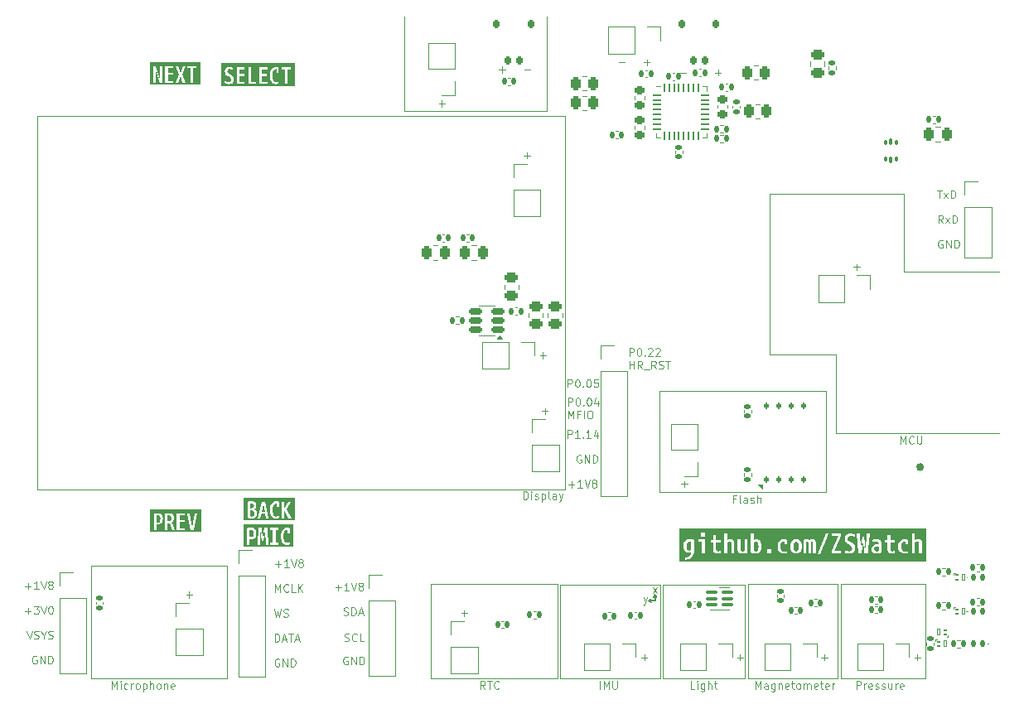
<source format=gbr>
%TF.GenerationSoftware,KiCad,Pcbnew,9.0.1+1*%
%TF.CreationDate,2025-09-07T18:25:15+00:00*%
%TF.ProjectId,ZSWatch-Watch-DevKit,5a535761-7463-4682-9d57-617463682d44,1.2.0*%
%TF.SameCoordinates,Original*%
%TF.FileFunction,Legend,Top*%
%TF.FilePolarity,Positive*%
%FSLAX46Y46*%
G04 Gerber Fmt 4.6, Leading zero omitted, Abs format (unit mm)*
G04 Created by KiCad (PCBNEW 9.0.1+1) date 2025-09-07 18:25:15*
%MOMM*%
%LPD*%
G01*
G04 APERTURE LIST*
G04 Aperture macros list*
%AMRoundRect*
0 Rectangle with rounded corners*
0 $1 Rounding radius*
0 $2 $3 $4 $5 $6 $7 $8 $9 X,Y pos of 4 corners*
0 Add a 4 corners polygon primitive as box body*
4,1,4,$2,$3,$4,$5,$6,$7,$8,$9,$2,$3,0*
0 Add four circle primitives for the rounded corners*
1,1,$1+$1,$2,$3*
1,1,$1+$1,$4,$5*
1,1,$1+$1,$6,$7*
1,1,$1+$1,$8,$9*
0 Add four rect primitives between the rounded corners*
20,1,$1+$1,$2,$3,$4,$5,0*
20,1,$1+$1,$4,$5,$6,$7,0*
20,1,$1+$1,$6,$7,$8,$9,0*
20,1,$1+$1,$8,$9,$2,$3,0*%
G04 Aperture macros list end*
%ADD10C,0.100000*%
%ADD11C,0.400000*%
%ADD12C,0.150000*%
%ADD13C,0.120000*%
%ADD14C,0.000000*%
%ADD15C,0.010000*%
%ADD16RoundRect,0.140000X0.140000X0.170000X-0.140000X0.170000X-0.140000X-0.170000X0.140000X-0.170000X0*%
%ADD17RoundRect,0.250000X-0.262500X-0.450000X0.262500X-0.450000X0.262500X0.450000X-0.262500X0.450000X0*%
%ADD18RoundRect,0.250000X0.262500X0.450000X-0.262500X0.450000X-0.262500X-0.450000X0.262500X-0.450000X0*%
%ADD19RoundRect,0.050000X-0.150000X-0.300000X0.150000X-0.300000X0.150000X0.300000X-0.150000X0.300000X0*%
%ADD20RoundRect,0.050000X-0.150000X-0.075000X0.150000X-0.075000X0.150000X0.075000X-0.150000X0.075000X0*%
%ADD21RoundRect,0.093750X-0.093750X0.156250X-0.093750X-0.156250X0.093750X-0.156250X0.093750X0.156250X0*%
%ADD22RoundRect,0.075000X-0.075000X0.250000X-0.075000X-0.250000X0.075000X-0.250000X0.075000X0.250000X0*%
%ADD23RoundRect,0.135000X0.185000X-0.135000X0.185000X0.135000X-0.185000X0.135000X-0.185000X-0.135000X0*%
%ADD24R,1.500000X1.300000*%
%ADD25C,1.000000*%
%ADD26R,1.700000X1.700000*%
%ADD27C,1.700000*%
%ADD28RoundRect,0.250000X-0.450000X0.262500X-0.450000X-0.262500X0.450000X-0.262500X0.450000X0.262500X0*%
%ADD29R,2.400000X0.740000*%
%ADD30RoundRect,0.062500X-0.337500X-0.062500X0.337500X-0.062500X0.337500X0.062500X-0.337500X0.062500X0*%
%ADD31RoundRect,0.062500X-0.062500X-0.337500X0.062500X-0.337500X0.062500X0.337500X-0.062500X0.337500X0*%
%ADD32R,3.600000X3.600000*%
%ADD33RoundRect,0.150000X0.150000X0.275000X-0.150000X0.275000X-0.150000X-0.275000X0.150000X-0.275000X0*%
%ADD34RoundRect,0.175000X0.175000X0.225000X-0.175000X0.225000X-0.175000X-0.225000X0.175000X-0.225000X0*%
%ADD35RoundRect,0.075000X-0.512500X-0.075000X0.512500X-0.075000X0.512500X0.075000X-0.512500X0.075000X0*%
%ADD36C,2.500000*%
%ADD37R,0.250000X0.500000*%
%ADD38R,0.500000X0.250000*%
%ADD39RoundRect,0.140000X-0.170000X0.140000X-0.170000X-0.140000X0.170000X-0.140000X0.170000X0.140000X0*%
%ADD40RoundRect,0.135000X0.135000X0.185000X-0.135000X0.185000X-0.135000X-0.185000X0.135000X-0.185000X0*%
%ADD41RoundRect,0.140000X-0.140000X-0.170000X0.140000X-0.170000X0.140000X0.170000X-0.140000X0.170000X0*%
%ADD42RoundRect,0.125000X0.125000X-0.200000X0.125000X0.200000X-0.125000X0.200000X-0.125000X-0.200000X0*%
%ADD43R,4.300000X3.400000*%
%ADD44RoundRect,0.135000X-0.185000X0.135000X-0.185000X-0.135000X0.185000X-0.135000X0.185000X0.135000X0*%
%ADD45R,0.650000X0.170000*%
%ADD46RoundRect,0.140000X0.170000X-0.140000X0.170000X0.140000X-0.170000X0.140000X-0.170000X-0.140000X0*%
%ADD47R,0.950000X0.450000*%
%ADD48RoundRect,0.135000X-0.135000X-0.185000X0.135000X-0.185000X0.135000X0.185000X-0.135000X0.185000X0*%
%ADD49R,0.700000X0.270000*%
%ADD50R,0.370000X0.300000*%
%ADD51R,0.300000X0.370000*%
%ADD52RoundRect,0.147500X0.147500X0.172500X-0.147500X0.172500X-0.147500X-0.172500X0.147500X-0.172500X0*%
%ADD53C,0.650000*%
%ADD54O,0.950000X0.650000*%
%ADD55R,0.300000X0.700000*%
%ADD56O,0.800000X1.400000*%
%ADD57RoundRect,0.225000X-0.250000X0.225000X-0.250000X-0.225000X0.250000X-0.225000X0.250000X0.225000X0*%
%ADD58R,0.475000X0.250000*%
%ADD59R,0.250000X0.475000*%
%ADD60R,1.150000X1.800000*%
%ADD61R,0.600000X0.600000*%
%ADD62RoundRect,0.147500X-0.147500X-0.172500X0.147500X-0.172500X0.147500X0.172500X-0.147500X0.172500X0*%
%ADD63RoundRect,0.225000X0.250000X-0.225000X0.250000X0.225000X-0.250000X0.225000X-0.250000X-0.225000X0*%
%ADD64R,0.300000X0.325000*%
%ADD65R,0.325000X0.300000*%
%ADD66R,1.800000X1.150000*%
%ADD67RoundRect,0.050000X0.150000X0.300000X-0.150000X0.300000X-0.150000X-0.300000X0.150000X-0.300000X0*%
%ADD68RoundRect,0.050000X0.150000X0.075000X-0.150000X0.075000X-0.150000X-0.075000X0.150000X-0.075000X0*%
%ADD69RoundRect,0.150000X0.512500X0.150000X-0.512500X0.150000X-0.512500X-0.150000X0.512500X-0.150000X0*%
%ADD70R,0.450000X0.210000*%
%ADD71R,0.500000X0.320000*%
%ADD72R,0.500000X0.220000*%
%ADD73R,0.220000X0.500000*%
%ADD74R,0.500000X0.200000*%
%ADD75RoundRect,0.250000X0.450000X-0.262500X0.450000X0.262500X-0.450000X0.262500X-0.450000X-0.262500X0*%
G04 APERTURE END LIST*
D10*
X199800000Y-172100000D02*
X212700000Y-172100000D01*
X212700000Y-181700000D01*
X199800000Y-181700000D01*
X199800000Y-172100000D01*
X159600000Y-124200000D02*
X213500000Y-124200000D01*
X213500000Y-162400000D01*
X159600000Y-162400000D01*
X159600000Y-124200000D01*
X234400000Y-132200000D02*
X248100000Y-132200000D01*
X248100000Y-140150000D02*
X248100000Y-132200000D01*
X223500000Y-172127500D02*
X231900000Y-172127500D01*
X231900000Y-181700000D01*
X223500000Y-181700000D01*
X223500000Y-172127500D01*
X241700000Y-172100000D02*
X250300000Y-172100000D01*
X250300000Y-181700000D01*
X241700000Y-181700000D01*
X241700000Y-172100000D01*
D11*
X250000000Y-160120000D02*
G75*
G02*
X249600000Y-160120000I-200000J0D01*
G01*
X249600000Y-160120000D02*
G75*
G02*
X250000000Y-160120000I200000J0D01*
G01*
D10*
X241200000Y-156650000D02*
X257850000Y-156650000D01*
D12*
X222700000Y-173136500D02*
X222573000Y-173390500D01*
D10*
X234400000Y-148600000D02*
X241200000Y-148600000D01*
X197100000Y-114100000D02*
X197100000Y-123700000D01*
X211600000Y-114100000D02*
X211600000Y-123700000D01*
D12*
X222700000Y-173136500D02*
X222827000Y-173390500D01*
X222700000Y-173136500D02*
X222700000Y-173800000D01*
D10*
X257850000Y-140150000D02*
X248100000Y-140150000D01*
X234400000Y-132200000D02*
X234400000Y-148600000D01*
X165100000Y-170200000D02*
X179000000Y-170200000D01*
X179000000Y-181700000D01*
X165100000Y-181700000D01*
X165100000Y-170200000D01*
X223150000Y-152300000D02*
X240150000Y-152300000D01*
X240150000Y-162700000D01*
X223150000Y-162700000D01*
X223150000Y-152300000D01*
X197100000Y-123700000D02*
X211600000Y-123700000D01*
X213000000Y-172127500D02*
X223200000Y-172127500D01*
X223200000Y-181700000D01*
X213000000Y-181700000D01*
X213000000Y-172127500D01*
D12*
X222065000Y-173800000D02*
X222319000Y-173673000D01*
X222065000Y-173800000D02*
X222700000Y-173800000D01*
X222065000Y-173800000D02*
X222319000Y-173927000D01*
D10*
X241200000Y-148600000D02*
X241200000Y-156650000D01*
X232200000Y-172100000D02*
X241400000Y-172100000D01*
X241400000Y-181700000D01*
X232200000Y-181700000D01*
X232200000Y-172100000D01*
D13*
X190881327Y-175225760D02*
X190995613Y-175263855D01*
X190995613Y-175263855D02*
X191186089Y-175263855D01*
X191186089Y-175263855D02*
X191262280Y-175225760D01*
X191262280Y-175225760D02*
X191300375Y-175187664D01*
X191300375Y-175187664D02*
X191338470Y-175111474D01*
X191338470Y-175111474D02*
X191338470Y-175035283D01*
X191338470Y-175035283D02*
X191300375Y-174959093D01*
X191300375Y-174959093D02*
X191262280Y-174920998D01*
X191262280Y-174920998D02*
X191186089Y-174882902D01*
X191186089Y-174882902D02*
X191033708Y-174844807D01*
X191033708Y-174844807D02*
X190957518Y-174806712D01*
X190957518Y-174806712D02*
X190919423Y-174768617D01*
X190919423Y-174768617D02*
X190881327Y-174692426D01*
X190881327Y-174692426D02*
X190881327Y-174616236D01*
X190881327Y-174616236D02*
X190919423Y-174540045D01*
X190919423Y-174540045D02*
X190957518Y-174501950D01*
X190957518Y-174501950D02*
X191033708Y-174463855D01*
X191033708Y-174463855D02*
X191224185Y-174463855D01*
X191224185Y-174463855D02*
X191338470Y-174501950D01*
X191681328Y-175263855D02*
X191681328Y-174463855D01*
X191681328Y-174463855D02*
X191871804Y-174463855D01*
X191871804Y-174463855D02*
X191986090Y-174501950D01*
X191986090Y-174501950D02*
X192062280Y-174578140D01*
X192062280Y-174578140D02*
X192100375Y-174654331D01*
X192100375Y-174654331D02*
X192138471Y-174806712D01*
X192138471Y-174806712D02*
X192138471Y-174920998D01*
X192138471Y-174920998D02*
X192100375Y-175073379D01*
X192100375Y-175073379D02*
X192062280Y-175149569D01*
X192062280Y-175149569D02*
X191986090Y-175225760D01*
X191986090Y-175225760D02*
X191871804Y-175263855D01*
X191871804Y-175263855D02*
X191681328Y-175263855D01*
X192443232Y-175035283D02*
X192824185Y-175035283D01*
X192367042Y-175263855D02*
X192633709Y-174463855D01*
X192633709Y-174463855D02*
X192900375Y-175263855D01*
X202895238Y-175059093D02*
X203504762Y-175059093D01*
X203200000Y-175363855D02*
X203200000Y-174754331D01*
X209295238Y-128259093D02*
X209904762Y-128259093D01*
X209600000Y-128563855D02*
X209600000Y-127954331D01*
X252088470Y-136951950D02*
X252012280Y-136913855D01*
X252012280Y-136913855D02*
X251897994Y-136913855D01*
X251897994Y-136913855D02*
X251783708Y-136951950D01*
X251783708Y-136951950D02*
X251707518Y-137028140D01*
X251707518Y-137028140D02*
X251669423Y-137104331D01*
X251669423Y-137104331D02*
X251631327Y-137256712D01*
X251631327Y-137256712D02*
X251631327Y-137370998D01*
X251631327Y-137370998D02*
X251669423Y-137523379D01*
X251669423Y-137523379D02*
X251707518Y-137599569D01*
X251707518Y-137599569D02*
X251783708Y-137675760D01*
X251783708Y-137675760D02*
X251897994Y-137713855D01*
X251897994Y-137713855D02*
X251974185Y-137713855D01*
X251974185Y-137713855D02*
X252088470Y-137675760D01*
X252088470Y-137675760D02*
X252126566Y-137637664D01*
X252126566Y-137637664D02*
X252126566Y-137370998D01*
X252126566Y-137370998D02*
X251974185Y-137370998D01*
X252469423Y-137713855D02*
X252469423Y-136913855D01*
X252469423Y-136913855D02*
X252926566Y-137713855D01*
X252926566Y-137713855D02*
X252926566Y-136913855D01*
X253307518Y-137713855D02*
X253307518Y-136913855D01*
X253307518Y-136913855D02*
X253497994Y-136913855D01*
X253497994Y-136913855D02*
X253612280Y-136951950D01*
X253612280Y-136951950D02*
X253688470Y-137028140D01*
X253688470Y-137028140D02*
X253726565Y-137104331D01*
X253726565Y-137104331D02*
X253764661Y-137256712D01*
X253764661Y-137256712D02*
X253764661Y-137370998D01*
X253764661Y-137370998D02*
X253726565Y-137523379D01*
X253726565Y-137523379D02*
X253688470Y-137599569D01*
X253688470Y-137599569D02*
X253612280Y-137675760D01*
X253612280Y-137675760D02*
X253497994Y-137713855D01*
X253497994Y-137713855D02*
X253307518Y-137713855D01*
X228819423Y-119791093D02*
X229428947Y-119791093D01*
X229124185Y-120095855D02*
X229124185Y-119486331D01*
X213819423Y-153849878D02*
X213819423Y-153049878D01*
X213819423Y-153049878D02*
X214124185Y-153049878D01*
X214124185Y-153049878D02*
X214200375Y-153087973D01*
X214200375Y-153087973D02*
X214238470Y-153126068D01*
X214238470Y-153126068D02*
X214276566Y-153202259D01*
X214276566Y-153202259D02*
X214276566Y-153316544D01*
X214276566Y-153316544D02*
X214238470Y-153392735D01*
X214238470Y-153392735D02*
X214200375Y-153430830D01*
X214200375Y-153430830D02*
X214124185Y-153468925D01*
X214124185Y-153468925D02*
X213819423Y-153468925D01*
X214771804Y-153049878D02*
X214847994Y-153049878D01*
X214847994Y-153049878D02*
X214924185Y-153087973D01*
X214924185Y-153087973D02*
X214962280Y-153126068D01*
X214962280Y-153126068D02*
X215000375Y-153202259D01*
X215000375Y-153202259D02*
X215038470Y-153354640D01*
X215038470Y-153354640D02*
X215038470Y-153545116D01*
X215038470Y-153545116D02*
X215000375Y-153697497D01*
X215000375Y-153697497D02*
X214962280Y-153773687D01*
X214962280Y-153773687D02*
X214924185Y-153811783D01*
X214924185Y-153811783D02*
X214847994Y-153849878D01*
X214847994Y-153849878D02*
X214771804Y-153849878D01*
X214771804Y-153849878D02*
X214695613Y-153811783D01*
X214695613Y-153811783D02*
X214657518Y-153773687D01*
X214657518Y-153773687D02*
X214619423Y-153697497D01*
X214619423Y-153697497D02*
X214581327Y-153545116D01*
X214581327Y-153545116D02*
X214581327Y-153354640D01*
X214581327Y-153354640D02*
X214619423Y-153202259D01*
X214619423Y-153202259D02*
X214657518Y-153126068D01*
X214657518Y-153126068D02*
X214695613Y-153087973D01*
X214695613Y-153087973D02*
X214771804Y-153049878D01*
X215381328Y-153773687D02*
X215419423Y-153811783D01*
X215419423Y-153811783D02*
X215381328Y-153849878D01*
X215381328Y-153849878D02*
X215343232Y-153811783D01*
X215343232Y-153811783D02*
X215381328Y-153773687D01*
X215381328Y-153773687D02*
X215381328Y-153849878D01*
X215914661Y-153049878D02*
X215990851Y-153049878D01*
X215990851Y-153049878D02*
X216067042Y-153087973D01*
X216067042Y-153087973D02*
X216105137Y-153126068D01*
X216105137Y-153126068D02*
X216143232Y-153202259D01*
X216143232Y-153202259D02*
X216181327Y-153354640D01*
X216181327Y-153354640D02*
X216181327Y-153545116D01*
X216181327Y-153545116D02*
X216143232Y-153697497D01*
X216143232Y-153697497D02*
X216105137Y-153773687D01*
X216105137Y-153773687D02*
X216067042Y-153811783D01*
X216067042Y-153811783D02*
X215990851Y-153849878D01*
X215990851Y-153849878D02*
X215914661Y-153849878D01*
X215914661Y-153849878D02*
X215838470Y-153811783D01*
X215838470Y-153811783D02*
X215800375Y-153773687D01*
X215800375Y-153773687D02*
X215762280Y-153697497D01*
X215762280Y-153697497D02*
X215724184Y-153545116D01*
X215724184Y-153545116D02*
X215724184Y-153354640D01*
X215724184Y-153354640D02*
X215762280Y-153202259D01*
X215762280Y-153202259D02*
X215800375Y-153126068D01*
X215800375Y-153126068D02*
X215838470Y-153087973D01*
X215838470Y-153087973D02*
X215914661Y-153049878D01*
X216867042Y-153316544D02*
X216867042Y-153849878D01*
X216676566Y-153011783D02*
X216486089Y-153583211D01*
X216486089Y-153583211D02*
X216981328Y-153583211D01*
X213819423Y-155137833D02*
X213819423Y-154337833D01*
X213819423Y-154337833D02*
X214086089Y-154909261D01*
X214086089Y-154909261D02*
X214352756Y-154337833D01*
X214352756Y-154337833D02*
X214352756Y-155137833D01*
X215000375Y-154718785D02*
X214733709Y-154718785D01*
X214733709Y-155137833D02*
X214733709Y-154337833D01*
X214733709Y-154337833D02*
X215114661Y-154337833D01*
X215419423Y-155137833D02*
X215419423Y-154337833D01*
X215952756Y-154337833D02*
X216105137Y-154337833D01*
X216105137Y-154337833D02*
X216181327Y-154375928D01*
X216181327Y-154375928D02*
X216257518Y-154452118D01*
X216257518Y-154452118D02*
X216295613Y-154604499D01*
X216295613Y-154604499D02*
X216295613Y-154871166D01*
X216295613Y-154871166D02*
X216257518Y-155023547D01*
X216257518Y-155023547D02*
X216181327Y-155099738D01*
X216181327Y-155099738D02*
X216105137Y-155137833D01*
X216105137Y-155137833D02*
X215952756Y-155137833D01*
X215952756Y-155137833D02*
X215876565Y-155099738D01*
X215876565Y-155099738D02*
X215800375Y-155023547D01*
X215800375Y-155023547D02*
X215762279Y-154871166D01*
X215762279Y-154871166D02*
X215762279Y-154604499D01*
X215762279Y-154604499D02*
X215800375Y-154452118D01*
X215800375Y-154452118D02*
X215876565Y-154375928D01*
X215876565Y-154375928D02*
X215952756Y-154337833D01*
X217069423Y-182795855D02*
X217069423Y-181995855D01*
X217450375Y-182795855D02*
X217450375Y-181995855D01*
X217450375Y-181995855D02*
X217717041Y-182567283D01*
X217717041Y-182567283D02*
X217983708Y-181995855D01*
X217983708Y-181995855D02*
X217983708Y-182795855D01*
X218364661Y-181995855D02*
X218364661Y-182643474D01*
X218364661Y-182643474D02*
X218402756Y-182719664D01*
X218402756Y-182719664D02*
X218440851Y-182757760D01*
X218440851Y-182757760D02*
X218517042Y-182795855D01*
X218517042Y-182795855D02*
X218669423Y-182795855D01*
X218669423Y-182795855D02*
X218745613Y-182757760D01*
X218745613Y-182757760D02*
X218783708Y-182719664D01*
X218783708Y-182719664D02*
X218821804Y-182643474D01*
X218821804Y-182643474D02*
X218821804Y-181995855D01*
X190963909Y-177895760D02*
X191078195Y-177933855D01*
X191078195Y-177933855D02*
X191268671Y-177933855D01*
X191268671Y-177933855D02*
X191344862Y-177895760D01*
X191344862Y-177895760D02*
X191382957Y-177857664D01*
X191382957Y-177857664D02*
X191421052Y-177781474D01*
X191421052Y-177781474D02*
X191421052Y-177705283D01*
X191421052Y-177705283D02*
X191382957Y-177629093D01*
X191382957Y-177629093D02*
X191344862Y-177590998D01*
X191344862Y-177590998D02*
X191268671Y-177552902D01*
X191268671Y-177552902D02*
X191116290Y-177514807D01*
X191116290Y-177514807D02*
X191040100Y-177476712D01*
X191040100Y-177476712D02*
X191002005Y-177438617D01*
X191002005Y-177438617D02*
X190963909Y-177362426D01*
X190963909Y-177362426D02*
X190963909Y-177286236D01*
X190963909Y-177286236D02*
X191002005Y-177210045D01*
X191002005Y-177210045D02*
X191040100Y-177171950D01*
X191040100Y-177171950D02*
X191116290Y-177133855D01*
X191116290Y-177133855D02*
X191306767Y-177133855D01*
X191306767Y-177133855D02*
X191421052Y-177171950D01*
X192221053Y-177857664D02*
X192182957Y-177895760D01*
X192182957Y-177895760D02*
X192068672Y-177933855D01*
X192068672Y-177933855D02*
X191992481Y-177933855D01*
X191992481Y-177933855D02*
X191878195Y-177895760D01*
X191878195Y-177895760D02*
X191802005Y-177819569D01*
X191802005Y-177819569D02*
X191763910Y-177743379D01*
X191763910Y-177743379D02*
X191725814Y-177590998D01*
X191725814Y-177590998D02*
X191725814Y-177476712D01*
X191725814Y-177476712D02*
X191763910Y-177324331D01*
X191763910Y-177324331D02*
X191802005Y-177248140D01*
X191802005Y-177248140D02*
X191878195Y-177171950D01*
X191878195Y-177171950D02*
X191992481Y-177133855D01*
X191992481Y-177133855D02*
X192068672Y-177133855D01*
X192068672Y-177133855D02*
X192182957Y-177171950D01*
X192182957Y-177171950D02*
X192221053Y-177210045D01*
X192944862Y-177933855D02*
X192563910Y-177933855D01*
X192563910Y-177933855D02*
X192563910Y-177133855D01*
X249195238Y-179559093D02*
X249804762Y-179559093D01*
X249500000Y-179863855D02*
X249500000Y-179254331D01*
X218969423Y-118759093D02*
X219578947Y-118759093D01*
X213769423Y-151945855D02*
X213769423Y-151145855D01*
X213769423Y-151145855D02*
X214074185Y-151145855D01*
X214074185Y-151145855D02*
X214150375Y-151183950D01*
X214150375Y-151183950D02*
X214188470Y-151222045D01*
X214188470Y-151222045D02*
X214226566Y-151298236D01*
X214226566Y-151298236D02*
X214226566Y-151412521D01*
X214226566Y-151412521D02*
X214188470Y-151488712D01*
X214188470Y-151488712D02*
X214150375Y-151526807D01*
X214150375Y-151526807D02*
X214074185Y-151564902D01*
X214074185Y-151564902D02*
X213769423Y-151564902D01*
X214721804Y-151145855D02*
X214797994Y-151145855D01*
X214797994Y-151145855D02*
X214874185Y-151183950D01*
X214874185Y-151183950D02*
X214912280Y-151222045D01*
X214912280Y-151222045D02*
X214950375Y-151298236D01*
X214950375Y-151298236D02*
X214988470Y-151450617D01*
X214988470Y-151450617D02*
X214988470Y-151641093D01*
X214988470Y-151641093D02*
X214950375Y-151793474D01*
X214950375Y-151793474D02*
X214912280Y-151869664D01*
X214912280Y-151869664D02*
X214874185Y-151907760D01*
X214874185Y-151907760D02*
X214797994Y-151945855D01*
X214797994Y-151945855D02*
X214721804Y-151945855D01*
X214721804Y-151945855D02*
X214645613Y-151907760D01*
X214645613Y-151907760D02*
X214607518Y-151869664D01*
X214607518Y-151869664D02*
X214569423Y-151793474D01*
X214569423Y-151793474D02*
X214531327Y-151641093D01*
X214531327Y-151641093D02*
X214531327Y-151450617D01*
X214531327Y-151450617D02*
X214569423Y-151298236D01*
X214569423Y-151298236D02*
X214607518Y-151222045D01*
X214607518Y-151222045D02*
X214645613Y-151183950D01*
X214645613Y-151183950D02*
X214721804Y-151145855D01*
X215331328Y-151869664D02*
X215369423Y-151907760D01*
X215369423Y-151907760D02*
X215331328Y-151945855D01*
X215331328Y-151945855D02*
X215293232Y-151907760D01*
X215293232Y-151907760D02*
X215331328Y-151869664D01*
X215331328Y-151869664D02*
X215331328Y-151945855D01*
X215864661Y-151145855D02*
X215940851Y-151145855D01*
X215940851Y-151145855D02*
X216017042Y-151183950D01*
X216017042Y-151183950D02*
X216055137Y-151222045D01*
X216055137Y-151222045D02*
X216093232Y-151298236D01*
X216093232Y-151298236D02*
X216131327Y-151450617D01*
X216131327Y-151450617D02*
X216131327Y-151641093D01*
X216131327Y-151641093D02*
X216093232Y-151793474D01*
X216093232Y-151793474D02*
X216055137Y-151869664D01*
X216055137Y-151869664D02*
X216017042Y-151907760D01*
X216017042Y-151907760D02*
X215940851Y-151945855D01*
X215940851Y-151945855D02*
X215864661Y-151945855D01*
X215864661Y-151945855D02*
X215788470Y-151907760D01*
X215788470Y-151907760D02*
X215750375Y-151869664D01*
X215750375Y-151869664D02*
X215712280Y-151793474D01*
X215712280Y-151793474D02*
X215674184Y-151641093D01*
X215674184Y-151641093D02*
X215674184Y-151450617D01*
X215674184Y-151450617D02*
X215712280Y-151298236D01*
X215712280Y-151298236D02*
X215750375Y-151222045D01*
X215750375Y-151222045D02*
X215788470Y-151183950D01*
X215788470Y-151183950D02*
X215864661Y-151145855D01*
X216855137Y-151145855D02*
X216474185Y-151145855D01*
X216474185Y-151145855D02*
X216436089Y-151526807D01*
X216436089Y-151526807D02*
X216474185Y-151488712D01*
X216474185Y-151488712D02*
X216550375Y-151450617D01*
X216550375Y-151450617D02*
X216740851Y-151450617D01*
X216740851Y-151450617D02*
X216817042Y-151488712D01*
X216817042Y-151488712D02*
X216855137Y-151526807D01*
X216855137Y-151526807D02*
X216893232Y-151602998D01*
X216893232Y-151602998D02*
X216893232Y-151793474D01*
X216893232Y-151793474D02*
X216855137Y-151869664D01*
X216855137Y-151869664D02*
X216817042Y-151907760D01*
X216817042Y-151907760D02*
X216740851Y-151945855D01*
X216740851Y-151945855D02*
X216550375Y-151945855D01*
X216550375Y-151945855D02*
X216474185Y-151907760D01*
X216474185Y-151907760D02*
X216436089Y-151869664D01*
X247769423Y-157745855D02*
X247769423Y-156945855D01*
X247769423Y-156945855D02*
X248036089Y-157517283D01*
X248036089Y-157517283D02*
X248302756Y-156945855D01*
X248302756Y-156945855D02*
X248302756Y-157745855D01*
X249140852Y-157669664D02*
X249102756Y-157707760D01*
X249102756Y-157707760D02*
X248988471Y-157745855D01*
X248988471Y-157745855D02*
X248912280Y-157745855D01*
X248912280Y-157745855D02*
X248797994Y-157707760D01*
X248797994Y-157707760D02*
X248721804Y-157631569D01*
X248721804Y-157631569D02*
X248683709Y-157555379D01*
X248683709Y-157555379D02*
X248645613Y-157402998D01*
X248645613Y-157402998D02*
X248645613Y-157288712D01*
X248645613Y-157288712D02*
X248683709Y-157136331D01*
X248683709Y-157136331D02*
X248721804Y-157060140D01*
X248721804Y-157060140D02*
X248797994Y-156983950D01*
X248797994Y-156983950D02*
X248912280Y-156945855D01*
X248912280Y-156945855D02*
X248988471Y-156945855D01*
X248988471Y-156945855D02*
X249102756Y-156983950D01*
X249102756Y-156983950D02*
X249140852Y-157022045D01*
X249483709Y-156945855D02*
X249483709Y-157593474D01*
X249483709Y-157593474D02*
X249521804Y-157669664D01*
X249521804Y-157669664D02*
X249559899Y-157707760D01*
X249559899Y-157707760D02*
X249636090Y-157745855D01*
X249636090Y-157745855D02*
X249788471Y-157745855D01*
X249788471Y-157745855D02*
X249864661Y-157707760D01*
X249864661Y-157707760D02*
X249902756Y-157669664D01*
X249902756Y-157669664D02*
X249940852Y-157593474D01*
X249940852Y-157593474D02*
X249940852Y-156945855D01*
X213769423Y-157145855D02*
X213769423Y-156345855D01*
X213769423Y-156345855D02*
X214074185Y-156345855D01*
X214074185Y-156345855D02*
X214150375Y-156383950D01*
X214150375Y-156383950D02*
X214188470Y-156422045D01*
X214188470Y-156422045D02*
X214226566Y-156498236D01*
X214226566Y-156498236D02*
X214226566Y-156612521D01*
X214226566Y-156612521D02*
X214188470Y-156688712D01*
X214188470Y-156688712D02*
X214150375Y-156726807D01*
X214150375Y-156726807D02*
X214074185Y-156764902D01*
X214074185Y-156764902D02*
X213769423Y-156764902D01*
X214988470Y-157145855D02*
X214531327Y-157145855D01*
X214759899Y-157145855D02*
X214759899Y-156345855D01*
X214759899Y-156345855D02*
X214683708Y-156460140D01*
X214683708Y-156460140D02*
X214607518Y-156536331D01*
X214607518Y-156536331D02*
X214531327Y-156574426D01*
X215331328Y-157069664D02*
X215369423Y-157107760D01*
X215369423Y-157107760D02*
X215331328Y-157145855D01*
X215331328Y-157145855D02*
X215293232Y-157107760D01*
X215293232Y-157107760D02*
X215331328Y-157069664D01*
X215331328Y-157069664D02*
X215331328Y-157145855D01*
X216131327Y-157145855D02*
X215674184Y-157145855D01*
X215902756Y-157145855D02*
X215902756Y-156345855D01*
X215902756Y-156345855D02*
X215826565Y-156460140D01*
X215826565Y-156460140D02*
X215750375Y-156536331D01*
X215750375Y-156536331D02*
X215674184Y-156574426D01*
X216817042Y-156612521D02*
X216817042Y-157145855D01*
X216626566Y-156307760D02*
X216436089Y-156879188D01*
X216436089Y-156879188D02*
X216931328Y-156879188D01*
X190011529Y-172439093D02*
X190621053Y-172439093D01*
X190316291Y-172743855D02*
X190316291Y-172134331D01*
X191421052Y-172743855D02*
X190963909Y-172743855D01*
X191192481Y-172743855D02*
X191192481Y-171943855D01*
X191192481Y-171943855D02*
X191116290Y-172058140D01*
X191116290Y-172058140D02*
X191040100Y-172134331D01*
X191040100Y-172134331D02*
X190963909Y-172172426D01*
X191649624Y-171943855D02*
X191916291Y-172743855D01*
X191916291Y-172743855D02*
X192182957Y-171943855D01*
X192563909Y-172286712D02*
X192487719Y-172248617D01*
X192487719Y-172248617D02*
X192449624Y-172210521D01*
X192449624Y-172210521D02*
X192411528Y-172134331D01*
X192411528Y-172134331D02*
X192411528Y-172096236D01*
X192411528Y-172096236D02*
X192449624Y-172020045D01*
X192449624Y-172020045D02*
X192487719Y-171981950D01*
X192487719Y-171981950D02*
X192563909Y-171943855D01*
X192563909Y-171943855D02*
X192716290Y-171943855D01*
X192716290Y-171943855D02*
X192792481Y-171981950D01*
X192792481Y-171981950D02*
X192830576Y-172020045D01*
X192830576Y-172020045D02*
X192868671Y-172096236D01*
X192868671Y-172096236D02*
X192868671Y-172134331D01*
X192868671Y-172134331D02*
X192830576Y-172210521D01*
X192830576Y-172210521D02*
X192792481Y-172248617D01*
X192792481Y-172248617D02*
X192716290Y-172286712D01*
X192716290Y-172286712D02*
X192563909Y-172286712D01*
X192563909Y-172286712D02*
X192487719Y-172324807D01*
X192487719Y-172324807D02*
X192449624Y-172362902D01*
X192449624Y-172362902D02*
X192411528Y-172439093D01*
X192411528Y-172439093D02*
X192411528Y-172591474D01*
X192411528Y-172591474D02*
X192449624Y-172667664D01*
X192449624Y-172667664D02*
X192487719Y-172705760D01*
X192487719Y-172705760D02*
X192563909Y-172743855D01*
X192563909Y-172743855D02*
X192716290Y-172743855D01*
X192716290Y-172743855D02*
X192792481Y-172705760D01*
X192792481Y-172705760D02*
X192830576Y-172667664D01*
X192830576Y-172667664D02*
X192868671Y-172591474D01*
X192868671Y-172591474D02*
X192868671Y-172439093D01*
X192868671Y-172439093D02*
X192830576Y-172362902D01*
X192830576Y-172362902D02*
X192792481Y-172324807D01*
X192792481Y-172324807D02*
X192716290Y-172286712D01*
X191288470Y-179551950D02*
X191212280Y-179513855D01*
X191212280Y-179513855D02*
X191097994Y-179513855D01*
X191097994Y-179513855D02*
X190983708Y-179551950D01*
X190983708Y-179551950D02*
X190907518Y-179628140D01*
X190907518Y-179628140D02*
X190869423Y-179704331D01*
X190869423Y-179704331D02*
X190831327Y-179856712D01*
X190831327Y-179856712D02*
X190831327Y-179970998D01*
X190831327Y-179970998D02*
X190869423Y-180123379D01*
X190869423Y-180123379D02*
X190907518Y-180199569D01*
X190907518Y-180199569D02*
X190983708Y-180275760D01*
X190983708Y-180275760D02*
X191097994Y-180313855D01*
X191097994Y-180313855D02*
X191174185Y-180313855D01*
X191174185Y-180313855D02*
X191288470Y-180275760D01*
X191288470Y-180275760D02*
X191326566Y-180237664D01*
X191326566Y-180237664D02*
X191326566Y-179970998D01*
X191326566Y-179970998D02*
X191174185Y-179970998D01*
X191669423Y-180313855D02*
X191669423Y-179513855D01*
X191669423Y-179513855D02*
X192126566Y-180313855D01*
X192126566Y-180313855D02*
X192126566Y-179513855D01*
X192507518Y-180313855D02*
X192507518Y-179513855D01*
X192507518Y-179513855D02*
X192697994Y-179513855D01*
X192697994Y-179513855D02*
X192812280Y-179551950D01*
X192812280Y-179551950D02*
X192888470Y-179628140D01*
X192888470Y-179628140D02*
X192926565Y-179704331D01*
X192926565Y-179704331D02*
X192964661Y-179856712D01*
X192964661Y-179856712D02*
X192964661Y-179970998D01*
X192964661Y-179970998D02*
X192926565Y-180123379D01*
X192926565Y-180123379D02*
X192888470Y-180199569D01*
X192888470Y-180199569D02*
X192812280Y-180275760D01*
X192812280Y-180275760D02*
X192697994Y-180313855D01*
X192697994Y-180313855D02*
X192507518Y-180313855D01*
X209269423Y-163395855D02*
X209269423Y-162595855D01*
X209269423Y-162595855D02*
X209459899Y-162595855D01*
X209459899Y-162595855D02*
X209574185Y-162633950D01*
X209574185Y-162633950D02*
X209650375Y-162710140D01*
X209650375Y-162710140D02*
X209688470Y-162786331D01*
X209688470Y-162786331D02*
X209726566Y-162938712D01*
X209726566Y-162938712D02*
X209726566Y-163052998D01*
X209726566Y-163052998D02*
X209688470Y-163205379D01*
X209688470Y-163205379D02*
X209650375Y-163281569D01*
X209650375Y-163281569D02*
X209574185Y-163357760D01*
X209574185Y-163357760D02*
X209459899Y-163395855D01*
X209459899Y-163395855D02*
X209269423Y-163395855D01*
X210069423Y-163395855D02*
X210069423Y-162862521D01*
X210069423Y-162595855D02*
X210031327Y-162633950D01*
X210031327Y-162633950D02*
X210069423Y-162672045D01*
X210069423Y-162672045D02*
X210107518Y-162633950D01*
X210107518Y-162633950D02*
X210069423Y-162595855D01*
X210069423Y-162595855D02*
X210069423Y-162672045D01*
X210412279Y-163357760D02*
X210488470Y-163395855D01*
X210488470Y-163395855D02*
X210640851Y-163395855D01*
X210640851Y-163395855D02*
X210717041Y-163357760D01*
X210717041Y-163357760D02*
X210755137Y-163281569D01*
X210755137Y-163281569D02*
X210755137Y-163243474D01*
X210755137Y-163243474D02*
X210717041Y-163167283D01*
X210717041Y-163167283D02*
X210640851Y-163129188D01*
X210640851Y-163129188D02*
X210526565Y-163129188D01*
X210526565Y-163129188D02*
X210450375Y-163091093D01*
X210450375Y-163091093D02*
X210412279Y-163014902D01*
X210412279Y-163014902D02*
X210412279Y-162976807D01*
X210412279Y-162976807D02*
X210450375Y-162900617D01*
X210450375Y-162900617D02*
X210526565Y-162862521D01*
X210526565Y-162862521D02*
X210640851Y-162862521D01*
X210640851Y-162862521D02*
X210717041Y-162900617D01*
X211097994Y-162862521D02*
X211097994Y-163662521D01*
X211097994Y-162900617D02*
X211174184Y-162862521D01*
X211174184Y-162862521D02*
X211326565Y-162862521D01*
X211326565Y-162862521D02*
X211402756Y-162900617D01*
X211402756Y-162900617D02*
X211440851Y-162938712D01*
X211440851Y-162938712D02*
X211478946Y-163014902D01*
X211478946Y-163014902D02*
X211478946Y-163243474D01*
X211478946Y-163243474D02*
X211440851Y-163319664D01*
X211440851Y-163319664D02*
X211402756Y-163357760D01*
X211402756Y-163357760D02*
X211326565Y-163395855D01*
X211326565Y-163395855D02*
X211174184Y-163395855D01*
X211174184Y-163395855D02*
X211097994Y-163357760D01*
X211936089Y-163395855D02*
X211859899Y-163357760D01*
X211859899Y-163357760D02*
X211821804Y-163281569D01*
X211821804Y-163281569D02*
X211821804Y-162595855D01*
X212583709Y-163395855D02*
X212583709Y-162976807D01*
X212583709Y-162976807D02*
X212545614Y-162900617D01*
X212545614Y-162900617D02*
X212469423Y-162862521D01*
X212469423Y-162862521D02*
X212317042Y-162862521D01*
X212317042Y-162862521D02*
X212240852Y-162900617D01*
X212583709Y-163357760D02*
X212507518Y-163395855D01*
X212507518Y-163395855D02*
X212317042Y-163395855D01*
X212317042Y-163395855D02*
X212240852Y-163357760D01*
X212240852Y-163357760D02*
X212202756Y-163281569D01*
X212202756Y-163281569D02*
X212202756Y-163205379D01*
X212202756Y-163205379D02*
X212240852Y-163129188D01*
X212240852Y-163129188D02*
X212317042Y-163091093D01*
X212317042Y-163091093D02*
X212507518Y-163091093D01*
X212507518Y-163091093D02*
X212583709Y-163052998D01*
X212888471Y-162862521D02*
X213078947Y-163395855D01*
X213269424Y-162862521D02*
X213078947Y-163395855D01*
X213078947Y-163395855D02*
X213002757Y-163586331D01*
X213002757Y-163586331D02*
X212964662Y-163624426D01*
X212964662Y-163624426D02*
X212888471Y-163662521D01*
X159492481Y-179441950D02*
X159416291Y-179403855D01*
X159416291Y-179403855D02*
X159302005Y-179403855D01*
X159302005Y-179403855D02*
X159187719Y-179441950D01*
X159187719Y-179441950D02*
X159111529Y-179518140D01*
X159111529Y-179518140D02*
X159073434Y-179594331D01*
X159073434Y-179594331D02*
X159035338Y-179746712D01*
X159035338Y-179746712D02*
X159035338Y-179860998D01*
X159035338Y-179860998D02*
X159073434Y-180013379D01*
X159073434Y-180013379D02*
X159111529Y-180089569D01*
X159111529Y-180089569D02*
X159187719Y-180165760D01*
X159187719Y-180165760D02*
X159302005Y-180203855D01*
X159302005Y-180203855D02*
X159378196Y-180203855D01*
X159378196Y-180203855D02*
X159492481Y-180165760D01*
X159492481Y-180165760D02*
X159530577Y-180127664D01*
X159530577Y-180127664D02*
X159530577Y-179860998D01*
X159530577Y-179860998D02*
X159378196Y-179860998D01*
X159873434Y-180203855D02*
X159873434Y-179403855D01*
X159873434Y-179403855D02*
X160330577Y-180203855D01*
X160330577Y-180203855D02*
X160330577Y-179403855D01*
X160711529Y-180203855D02*
X160711529Y-179403855D01*
X160711529Y-179403855D02*
X160902005Y-179403855D01*
X160902005Y-179403855D02*
X161016291Y-179441950D01*
X161016291Y-179441950D02*
X161092481Y-179518140D01*
X161092481Y-179518140D02*
X161130576Y-179594331D01*
X161130576Y-179594331D02*
X161168672Y-179746712D01*
X161168672Y-179746712D02*
X161168672Y-179860998D01*
X161168672Y-179860998D02*
X161130576Y-180013379D01*
X161130576Y-180013379D02*
X161092481Y-180089569D01*
X161092481Y-180089569D02*
X161016291Y-180165760D01*
X161016291Y-180165760D02*
X160902005Y-180203855D01*
X160902005Y-180203855D02*
X160711529Y-180203855D01*
X211440906Y-154095238D02*
X211440906Y-154704762D01*
X211136144Y-154400000D02*
X211745668Y-154400000D01*
X200595238Y-122959093D02*
X201204762Y-122959093D01*
X200900000Y-123263855D02*
X200900000Y-122654331D01*
X209369423Y-119491093D02*
X209978947Y-119491093D01*
X225219423Y-119791093D02*
X225828947Y-119791093D01*
X251555137Y-131813855D02*
X252012280Y-131813855D01*
X251783708Y-132613855D02*
X251783708Y-131813855D01*
X252202756Y-132613855D02*
X252621804Y-132080521D01*
X252202756Y-132080521D02*
X252621804Y-132613855D01*
X252926566Y-132613855D02*
X252926566Y-131813855D01*
X252926566Y-131813855D02*
X253117042Y-131813855D01*
X253117042Y-131813855D02*
X253231328Y-131851950D01*
X253231328Y-131851950D02*
X253307518Y-131928140D01*
X253307518Y-131928140D02*
X253345613Y-132004331D01*
X253345613Y-132004331D02*
X253383709Y-132156712D01*
X253383709Y-132156712D02*
X253383709Y-132270998D01*
X253383709Y-132270998D02*
X253345613Y-132423379D01*
X253345613Y-132423379D02*
X253307518Y-132499569D01*
X253307518Y-132499569D02*
X253231328Y-132575760D01*
X253231328Y-132575760D02*
X253117042Y-132613855D01*
X253117042Y-132613855D02*
X252926566Y-132613855D01*
X184288470Y-179741950D02*
X184212280Y-179703855D01*
X184212280Y-179703855D02*
X184097994Y-179703855D01*
X184097994Y-179703855D02*
X183983708Y-179741950D01*
X183983708Y-179741950D02*
X183907518Y-179818140D01*
X183907518Y-179818140D02*
X183869423Y-179894331D01*
X183869423Y-179894331D02*
X183831327Y-180046712D01*
X183831327Y-180046712D02*
X183831327Y-180160998D01*
X183831327Y-180160998D02*
X183869423Y-180313379D01*
X183869423Y-180313379D02*
X183907518Y-180389569D01*
X183907518Y-180389569D02*
X183983708Y-180465760D01*
X183983708Y-180465760D02*
X184097994Y-180503855D01*
X184097994Y-180503855D02*
X184174185Y-180503855D01*
X184174185Y-180503855D02*
X184288470Y-180465760D01*
X184288470Y-180465760D02*
X184326566Y-180427664D01*
X184326566Y-180427664D02*
X184326566Y-180160998D01*
X184326566Y-180160998D02*
X184174185Y-180160998D01*
X184669423Y-180503855D02*
X184669423Y-179703855D01*
X184669423Y-179703855D02*
X185126566Y-180503855D01*
X185126566Y-180503855D02*
X185126566Y-179703855D01*
X185507518Y-180503855D02*
X185507518Y-179703855D01*
X185507518Y-179703855D02*
X185697994Y-179703855D01*
X185697994Y-179703855D02*
X185812280Y-179741950D01*
X185812280Y-179741950D02*
X185888470Y-179818140D01*
X185888470Y-179818140D02*
X185926565Y-179894331D01*
X185926565Y-179894331D02*
X185964661Y-180046712D01*
X185964661Y-180046712D02*
X185964661Y-180160998D01*
X185964661Y-180160998D02*
X185926565Y-180313379D01*
X185926565Y-180313379D02*
X185888470Y-180389569D01*
X185888470Y-180389569D02*
X185812280Y-180465760D01*
X185812280Y-180465760D02*
X185697994Y-180503855D01*
X185697994Y-180503855D02*
X185507518Y-180503855D01*
X158502005Y-176863855D02*
X158768672Y-177663855D01*
X158768672Y-177663855D02*
X159035338Y-176863855D01*
X159263909Y-177625760D02*
X159378195Y-177663855D01*
X159378195Y-177663855D02*
X159568671Y-177663855D01*
X159568671Y-177663855D02*
X159644862Y-177625760D01*
X159644862Y-177625760D02*
X159682957Y-177587664D01*
X159682957Y-177587664D02*
X159721052Y-177511474D01*
X159721052Y-177511474D02*
X159721052Y-177435283D01*
X159721052Y-177435283D02*
X159682957Y-177359093D01*
X159682957Y-177359093D02*
X159644862Y-177320998D01*
X159644862Y-177320998D02*
X159568671Y-177282902D01*
X159568671Y-177282902D02*
X159416290Y-177244807D01*
X159416290Y-177244807D02*
X159340100Y-177206712D01*
X159340100Y-177206712D02*
X159302005Y-177168617D01*
X159302005Y-177168617D02*
X159263909Y-177092426D01*
X159263909Y-177092426D02*
X159263909Y-177016236D01*
X159263909Y-177016236D02*
X159302005Y-176940045D01*
X159302005Y-176940045D02*
X159340100Y-176901950D01*
X159340100Y-176901950D02*
X159416290Y-176863855D01*
X159416290Y-176863855D02*
X159606767Y-176863855D01*
X159606767Y-176863855D02*
X159721052Y-176901950D01*
X160216291Y-177282902D02*
X160216291Y-177663855D01*
X159949624Y-176863855D02*
X160216291Y-177282902D01*
X160216291Y-177282902D02*
X160482957Y-176863855D01*
X160711528Y-177625760D02*
X160825814Y-177663855D01*
X160825814Y-177663855D02*
X161016290Y-177663855D01*
X161016290Y-177663855D02*
X161092481Y-177625760D01*
X161092481Y-177625760D02*
X161130576Y-177587664D01*
X161130576Y-177587664D02*
X161168671Y-177511474D01*
X161168671Y-177511474D02*
X161168671Y-177435283D01*
X161168671Y-177435283D02*
X161130576Y-177359093D01*
X161130576Y-177359093D02*
X161092481Y-177320998D01*
X161092481Y-177320998D02*
X161016290Y-177282902D01*
X161016290Y-177282902D02*
X160863909Y-177244807D01*
X160863909Y-177244807D02*
X160787719Y-177206712D01*
X160787719Y-177206712D02*
X160749624Y-177168617D01*
X160749624Y-177168617D02*
X160711528Y-177092426D01*
X160711528Y-177092426D02*
X160711528Y-177016236D01*
X160711528Y-177016236D02*
X160749624Y-176940045D01*
X160749624Y-176940045D02*
X160787719Y-176901950D01*
X160787719Y-176901950D02*
X160863909Y-176863855D01*
X160863909Y-176863855D02*
X161054386Y-176863855D01*
X161054386Y-176863855D02*
X161168671Y-176901950D01*
X213859423Y-161911093D02*
X214468947Y-161911093D01*
X214164185Y-162215855D02*
X214164185Y-161606331D01*
X215268946Y-162215855D02*
X214811803Y-162215855D01*
X215040375Y-162215855D02*
X215040375Y-161415855D01*
X215040375Y-161415855D02*
X214964184Y-161530140D01*
X214964184Y-161530140D02*
X214887994Y-161606331D01*
X214887994Y-161606331D02*
X214811803Y-161644426D01*
X215497518Y-161415855D02*
X215764185Y-162215855D01*
X215764185Y-162215855D02*
X216030851Y-161415855D01*
X216411803Y-161758712D02*
X216335613Y-161720617D01*
X216335613Y-161720617D02*
X216297518Y-161682521D01*
X216297518Y-161682521D02*
X216259422Y-161606331D01*
X216259422Y-161606331D02*
X216259422Y-161568236D01*
X216259422Y-161568236D02*
X216297518Y-161492045D01*
X216297518Y-161492045D02*
X216335613Y-161453950D01*
X216335613Y-161453950D02*
X216411803Y-161415855D01*
X216411803Y-161415855D02*
X216564184Y-161415855D01*
X216564184Y-161415855D02*
X216640375Y-161453950D01*
X216640375Y-161453950D02*
X216678470Y-161492045D01*
X216678470Y-161492045D02*
X216716565Y-161568236D01*
X216716565Y-161568236D02*
X216716565Y-161606331D01*
X216716565Y-161606331D02*
X216678470Y-161682521D01*
X216678470Y-161682521D02*
X216640375Y-161720617D01*
X216640375Y-161720617D02*
X216564184Y-161758712D01*
X216564184Y-161758712D02*
X216411803Y-161758712D01*
X216411803Y-161758712D02*
X216335613Y-161796807D01*
X216335613Y-161796807D02*
X216297518Y-161834902D01*
X216297518Y-161834902D02*
X216259422Y-161911093D01*
X216259422Y-161911093D02*
X216259422Y-162063474D01*
X216259422Y-162063474D02*
X216297518Y-162139664D01*
X216297518Y-162139664D02*
X216335613Y-162177760D01*
X216335613Y-162177760D02*
X216411803Y-162215855D01*
X216411803Y-162215855D02*
X216564184Y-162215855D01*
X216564184Y-162215855D02*
X216640375Y-162177760D01*
X216640375Y-162177760D02*
X216678470Y-162139664D01*
X216678470Y-162139664D02*
X216716565Y-162063474D01*
X216716565Y-162063474D02*
X216716565Y-161911093D01*
X216716565Y-161911093D02*
X216678470Y-161834902D01*
X216678470Y-161834902D02*
X216640375Y-161796807D01*
X216640375Y-161796807D02*
X216564184Y-161758712D01*
X174795238Y-173159093D02*
X175404762Y-173159093D01*
X175100000Y-173463855D02*
X175100000Y-172854331D01*
X232969423Y-182795855D02*
X232969423Y-181995855D01*
X232969423Y-181995855D02*
X233236089Y-182567283D01*
X233236089Y-182567283D02*
X233502756Y-181995855D01*
X233502756Y-181995855D02*
X233502756Y-182795855D01*
X234226566Y-182795855D02*
X234226566Y-182376807D01*
X234226566Y-182376807D02*
X234188471Y-182300617D01*
X234188471Y-182300617D02*
X234112280Y-182262521D01*
X234112280Y-182262521D02*
X233959899Y-182262521D01*
X233959899Y-182262521D02*
X233883709Y-182300617D01*
X234226566Y-182757760D02*
X234150375Y-182795855D01*
X234150375Y-182795855D02*
X233959899Y-182795855D01*
X233959899Y-182795855D02*
X233883709Y-182757760D01*
X233883709Y-182757760D02*
X233845613Y-182681569D01*
X233845613Y-182681569D02*
X233845613Y-182605379D01*
X233845613Y-182605379D02*
X233883709Y-182529188D01*
X233883709Y-182529188D02*
X233959899Y-182491093D01*
X233959899Y-182491093D02*
X234150375Y-182491093D01*
X234150375Y-182491093D02*
X234226566Y-182452998D01*
X234950376Y-182262521D02*
X234950376Y-182910140D01*
X234950376Y-182910140D02*
X234912281Y-182986331D01*
X234912281Y-182986331D02*
X234874185Y-183024426D01*
X234874185Y-183024426D02*
X234797995Y-183062521D01*
X234797995Y-183062521D02*
X234683709Y-183062521D01*
X234683709Y-183062521D02*
X234607519Y-183024426D01*
X234950376Y-182757760D02*
X234874185Y-182795855D01*
X234874185Y-182795855D02*
X234721804Y-182795855D01*
X234721804Y-182795855D02*
X234645614Y-182757760D01*
X234645614Y-182757760D02*
X234607519Y-182719664D01*
X234607519Y-182719664D02*
X234569423Y-182643474D01*
X234569423Y-182643474D02*
X234569423Y-182414902D01*
X234569423Y-182414902D02*
X234607519Y-182338712D01*
X234607519Y-182338712D02*
X234645614Y-182300617D01*
X234645614Y-182300617D02*
X234721804Y-182262521D01*
X234721804Y-182262521D02*
X234874185Y-182262521D01*
X234874185Y-182262521D02*
X234950376Y-182300617D01*
X235331329Y-182262521D02*
X235331329Y-182795855D01*
X235331329Y-182338712D02*
X235369424Y-182300617D01*
X235369424Y-182300617D02*
X235445614Y-182262521D01*
X235445614Y-182262521D02*
X235559900Y-182262521D01*
X235559900Y-182262521D02*
X235636091Y-182300617D01*
X235636091Y-182300617D02*
X235674186Y-182376807D01*
X235674186Y-182376807D02*
X235674186Y-182795855D01*
X236359901Y-182757760D02*
X236283710Y-182795855D01*
X236283710Y-182795855D02*
X236131329Y-182795855D01*
X236131329Y-182795855D02*
X236055139Y-182757760D01*
X236055139Y-182757760D02*
X236017043Y-182681569D01*
X236017043Y-182681569D02*
X236017043Y-182376807D01*
X236017043Y-182376807D02*
X236055139Y-182300617D01*
X236055139Y-182300617D02*
X236131329Y-182262521D01*
X236131329Y-182262521D02*
X236283710Y-182262521D01*
X236283710Y-182262521D02*
X236359901Y-182300617D01*
X236359901Y-182300617D02*
X236397996Y-182376807D01*
X236397996Y-182376807D02*
X236397996Y-182452998D01*
X236397996Y-182452998D02*
X236017043Y-182529188D01*
X236626567Y-182262521D02*
X236931329Y-182262521D01*
X236740853Y-181995855D02*
X236740853Y-182681569D01*
X236740853Y-182681569D02*
X236778948Y-182757760D01*
X236778948Y-182757760D02*
X236855138Y-182795855D01*
X236855138Y-182795855D02*
X236931329Y-182795855D01*
X237312281Y-182795855D02*
X237236091Y-182757760D01*
X237236091Y-182757760D02*
X237197996Y-182719664D01*
X237197996Y-182719664D02*
X237159900Y-182643474D01*
X237159900Y-182643474D02*
X237159900Y-182414902D01*
X237159900Y-182414902D02*
X237197996Y-182338712D01*
X237197996Y-182338712D02*
X237236091Y-182300617D01*
X237236091Y-182300617D02*
X237312281Y-182262521D01*
X237312281Y-182262521D02*
X237426567Y-182262521D01*
X237426567Y-182262521D02*
X237502758Y-182300617D01*
X237502758Y-182300617D02*
X237540853Y-182338712D01*
X237540853Y-182338712D02*
X237578948Y-182414902D01*
X237578948Y-182414902D02*
X237578948Y-182643474D01*
X237578948Y-182643474D02*
X237540853Y-182719664D01*
X237540853Y-182719664D02*
X237502758Y-182757760D01*
X237502758Y-182757760D02*
X237426567Y-182795855D01*
X237426567Y-182795855D02*
X237312281Y-182795855D01*
X237921806Y-182795855D02*
X237921806Y-182262521D01*
X237921806Y-182338712D02*
X237959901Y-182300617D01*
X237959901Y-182300617D02*
X238036091Y-182262521D01*
X238036091Y-182262521D02*
X238150377Y-182262521D01*
X238150377Y-182262521D02*
X238226568Y-182300617D01*
X238226568Y-182300617D02*
X238264663Y-182376807D01*
X238264663Y-182376807D02*
X238264663Y-182795855D01*
X238264663Y-182376807D02*
X238302758Y-182300617D01*
X238302758Y-182300617D02*
X238378949Y-182262521D01*
X238378949Y-182262521D02*
X238493234Y-182262521D01*
X238493234Y-182262521D02*
X238569425Y-182300617D01*
X238569425Y-182300617D02*
X238607520Y-182376807D01*
X238607520Y-182376807D02*
X238607520Y-182795855D01*
X239293235Y-182757760D02*
X239217044Y-182795855D01*
X239217044Y-182795855D02*
X239064663Y-182795855D01*
X239064663Y-182795855D02*
X238988473Y-182757760D01*
X238988473Y-182757760D02*
X238950377Y-182681569D01*
X238950377Y-182681569D02*
X238950377Y-182376807D01*
X238950377Y-182376807D02*
X238988473Y-182300617D01*
X238988473Y-182300617D02*
X239064663Y-182262521D01*
X239064663Y-182262521D02*
X239217044Y-182262521D01*
X239217044Y-182262521D02*
X239293235Y-182300617D01*
X239293235Y-182300617D02*
X239331330Y-182376807D01*
X239331330Y-182376807D02*
X239331330Y-182452998D01*
X239331330Y-182452998D02*
X238950377Y-182529188D01*
X239559901Y-182262521D02*
X239864663Y-182262521D01*
X239674187Y-181995855D02*
X239674187Y-182681569D01*
X239674187Y-182681569D02*
X239712282Y-182757760D01*
X239712282Y-182757760D02*
X239788472Y-182795855D01*
X239788472Y-182795855D02*
X239864663Y-182795855D01*
X240436092Y-182757760D02*
X240359901Y-182795855D01*
X240359901Y-182795855D02*
X240207520Y-182795855D01*
X240207520Y-182795855D02*
X240131330Y-182757760D01*
X240131330Y-182757760D02*
X240093234Y-182681569D01*
X240093234Y-182681569D02*
X240093234Y-182376807D01*
X240093234Y-182376807D02*
X240131330Y-182300617D01*
X240131330Y-182300617D02*
X240207520Y-182262521D01*
X240207520Y-182262521D02*
X240359901Y-182262521D01*
X240359901Y-182262521D02*
X240436092Y-182300617D01*
X240436092Y-182300617D02*
X240474187Y-182376807D01*
X240474187Y-182376807D02*
X240474187Y-182452998D01*
X240474187Y-182452998D02*
X240093234Y-182529188D01*
X240817044Y-182795855D02*
X240817044Y-182262521D01*
X240817044Y-182414902D02*
X240855139Y-182338712D01*
X240855139Y-182338712D02*
X240893234Y-182300617D01*
X240893234Y-182300617D02*
X240969425Y-182262521D01*
X240969425Y-182262521D02*
X241045615Y-182262521D01*
X205326566Y-182795855D02*
X205059899Y-182414902D01*
X204869423Y-182795855D02*
X204869423Y-181995855D01*
X204869423Y-181995855D02*
X205174185Y-181995855D01*
X205174185Y-181995855D02*
X205250375Y-182033950D01*
X205250375Y-182033950D02*
X205288470Y-182072045D01*
X205288470Y-182072045D02*
X205326566Y-182148236D01*
X205326566Y-182148236D02*
X205326566Y-182262521D01*
X205326566Y-182262521D02*
X205288470Y-182338712D01*
X205288470Y-182338712D02*
X205250375Y-182376807D01*
X205250375Y-182376807D02*
X205174185Y-182414902D01*
X205174185Y-182414902D02*
X204869423Y-182414902D01*
X205555137Y-181995855D02*
X206012280Y-181995855D01*
X205783708Y-182795855D02*
X205783708Y-181995855D01*
X206736090Y-182719664D02*
X206697994Y-182757760D01*
X206697994Y-182757760D02*
X206583709Y-182795855D01*
X206583709Y-182795855D02*
X206507518Y-182795855D01*
X206507518Y-182795855D02*
X206393232Y-182757760D01*
X206393232Y-182757760D02*
X206317042Y-182681569D01*
X206317042Y-182681569D02*
X206278947Y-182605379D01*
X206278947Y-182605379D02*
X206240851Y-182452998D01*
X206240851Y-182452998D02*
X206240851Y-182338712D01*
X206240851Y-182338712D02*
X206278947Y-182186331D01*
X206278947Y-182186331D02*
X206317042Y-182110140D01*
X206317042Y-182110140D02*
X206393232Y-182033950D01*
X206393232Y-182033950D02*
X206507518Y-181995855D01*
X206507518Y-181995855D02*
X206583709Y-181995855D01*
X206583709Y-181995855D02*
X206697994Y-182033950D01*
X206697994Y-182033950D02*
X206736090Y-182072045D01*
X221509523Y-173430521D02*
X221699999Y-173963855D01*
X221890476Y-173430521D02*
X221699999Y-173963855D01*
X221699999Y-173963855D02*
X221623809Y-174154331D01*
X221623809Y-174154331D02*
X221585714Y-174192426D01*
X221585714Y-174192426D02*
X221509523Y-174230521D01*
X242995238Y-139659093D02*
X243604762Y-139659093D01*
X243300000Y-139963855D02*
X243300000Y-139354331D01*
X158311529Y-172279093D02*
X158921053Y-172279093D01*
X158616291Y-172583855D02*
X158616291Y-171974331D01*
X159721052Y-172583855D02*
X159263909Y-172583855D01*
X159492481Y-172583855D02*
X159492481Y-171783855D01*
X159492481Y-171783855D02*
X159416290Y-171898140D01*
X159416290Y-171898140D02*
X159340100Y-171974331D01*
X159340100Y-171974331D02*
X159263909Y-172012426D01*
X159949624Y-171783855D02*
X160216291Y-172583855D01*
X160216291Y-172583855D02*
X160482957Y-171783855D01*
X160863909Y-172126712D02*
X160787719Y-172088617D01*
X160787719Y-172088617D02*
X160749624Y-172050521D01*
X160749624Y-172050521D02*
X160711528Y-171974331D01*
X160711528Y-171974331D02*
X160711528Y-171936236D01*
X160711528Y-171936236D02*
X160749624Y-171860045D01*
X160749624Y-171860045D02*
X160787719Y-171821950D01*
X160787719Y-171821950D02*
X160863909Y-171783855D01*
X160863909Y-171783855D02*
X161016290Y-171783855D01*
X161016290Y-171783855D02*
X161092481Y-171821950D01*
X161092481Y-171821950D02*
X161130576Y-171860045D01*
X161130576Y-171860045D02*
X161168671Y-171936236D01*
X161168671Y-171936236D02*
X161168671Y-171974331D01*
X161168671Y-171974331D02*
X161130576Y-172050521D01*
X161130576Y-172050521D02*
X161092481Y-172088617D01*
X161092481Y-172088617D02*
X161016290Y-172126712D01*
X161016290Y-172126712D02*
X160863909Y-172126712D01*
X160863909Y-172126712D02*
X160787719Y-172164807D01*
X160787719Y-172164807D02*
X160749624Y-172202902D01*
X160749624Y-172202902D02*
X160711528Y-172279093D01*
X160711528Y-172279093D02*
X160711528Y-172431474D01*
X160711528Y-172431474D02*
X160749624Y-172507664D01*
X160749624Y-172507664D02*
X160787719Y-172545760D01*
X160787719Y-172545760D02*
X160863909Y-172583855D01*
X160863909Y-172583855D02*
X161016290Y-172583855D01*
X161016290Y-172583855D02*
X161092481Y-172545760D01*
X161092481Y-172545760D02*
X161130576Y-172507664D01*
X161130576Y-172507664D02*
X161168671Y-172431474D01*
X161168671Y-172431474D02*
X161168671Y-172279093D01*
X161168671Y-172279093D02*
X161130576Y-172202902D01*
X161130576Y-172202902D02*
X161092481Y-172164807D01*
X161092481Y-172164807D02*
X161016290Y-172126712D01*
X183869423Y-172883855D02*
X183869423Y-172083855D01*
X183869423Y-172083855D02*
X184136089Y-172655283D01*
X184136089Y-172655283D02*
X184402756Y-172083855D01*
X184402756Y-172083855D02*
X184402756Y-172883855D01*
X185240852Y-172807664D02*
X185202756Y-172845760D01*
X185202756Y-172845760D02*
X185088471Y-172883855D01*
X185088471Y-172883855D02*
X185012280Y-172883855D01*
X185012280Y-172883855D02*
X184897994Y-172845760D01*
X184897994Y-172845760D02*
X184821804Y-172769569D01*
X184821804Y-172769569D02*
X184783709Y-172693379D01*
X184783709Y-172693379D02*
X184745613Y-172540998D01*
X184745613Y-172540998D02*
X184745613Y-172426712D01*
X184745613Y-172426712D02*
X184783709Y-172274331D01*
X184783709Y-172274331D02*
X184821804Y-172198140D01*
X184821804Y-172198140D02*
X184897994Y-172121950D01*
X184897994Y-172121950D02*
X185012280Y-172083855D01*
X185012280Y-172083855D02*
X185088471Y-172083855D01*
X185088471Y-172083855D02*
X185202756Y-172121950D01*
X185202756Y-172121950D02*
X185240852Y-172160045D01*
X185964661Y-172883855D02*
X185583709Y-172883855D01*
X185583709Y-172883855D02*
X185583709Y-172083855D01*
X186231328Y-172883855D02*
X186231328Y-172083855D01*
X186688471Y-172883855D02*
X186345613Y-172426712D01*
X186688471Y-172083855D02*
X186231328Y-172540998D01*
X225395238Y-161859093D02*
X226004762Y-161859093D01*
X225700000Y-162163855D02*
X225700000Y-161554331D01*
X183869423Y-170039093D02*
X184478947Y-170039093D01*
X184174185Y-170343855D02*
X184174185Y-169734331D01*
X185278946Y-170343855D02*
X184821803Y-170343855D01*
X185050375Y-170343855D02*
X185050375Y-169543855D01*
X185050375Y-169543855D02*
X184974184Y-169658140D01*
X184974184Y-169658140D02*
X184897994Y-169734331D01*
X184897994Y-169734331D02*
X184821803Y-169772426D01*
X185507518Y-169543855D02*
X185774185Y-170343855D01*
X185774185Y-170343855D02*
X186040851Y-169543855D01*
X186421803Y-169886712D02*
X186345613Y-169848617D01*
X186345613Y-169848617D02*
X186307518Y-169810521D01*
X186307518Y-169810521D02*
X186269422Y-169734331D01*
X186269422Y-169734331D02*
X186269422Y-169696236D01*
X186269422Y-169696236D02*
X186307518Y-169620045D01*
X186307518Y-169620045D02*
X186345613Y-169581950D01*
X186345613Y-169581950D02*
X186421803Y-169543855D01*
X186421803Y-169543855D02*
X186574184Y-169543855D01*
X186574184Y-169543855D02*
X186650375Y-169581950D01*
X186650375Y-169581950D02*
X186688470Y-169620045D01*
X186688470Y-169620045D02*
X186726565Y-169696236D01*
X186726565Y-169696236D02*
X186726565Y-169734331D01*
X186726565Y-169734331D02*
X186688470Y-169810521D01*
X186688470Y-169810521D02*
X186650375Y-169848617D01*
X186650375Y-169848617D02*
X186574184Y-169886712D01*
X186574184Y-169886712D02*
X186421803Y-169886712D01*
X186421803Y-169886712D02*
X186345613Y-169924807D01*
X186345613Y-169924807D02*
X186307518Y-169962902D01*
X186307518Y-169962902D02*
X186269422Y-170039093D01*
X186269422Y-170039093D02*
X186269422Y-170191474D01*
X186269422Y-170191474D02*
X186307518Y-170267664D01*
X186307518Y-170267664D02*
X186345613Y-170305760D01*
X186345613Y-170305760D02*
X186421803Y-170343855D01*
X186421803Y-170343855D02*
X186574184Y-170343855D01*
X186574184Y-170343855D02*
X186650375Y-170305760D01*
X186650375Y-170305760D02*
X186688470Y-170267664D01*
X186688470Y-170267664D02*
X186726565Y-170191474D01*
X186726565Y-170191474D02*
X186726565Y-170039093D01*
X186726565Y-170039093D02*
X186688470Y-169962902D01*
X186688470Y-169962902D02*
X186650375Y-169924807D01*
X186650375Y-169924807D02*
X186574184Y-169886712D01*
X167169423Y-182795855D02*
X167169423Y-181995855D01*
X167169423Y-181995855D02*
X167436089Y-182567283D01*
X167436089Y-182567283D02*
X167702756Y-181995855D01*
X167702756Y-181995855D02*
X167702756Y-182795855D01*
X168083709Y-182795855D02*
X168083709Y-182262521D01*
X168083709Y-181995855D02*
X168045613Y-182033950D01*
X168045613Y-182033950D02*
X168083709Y-182072045D01*
X168083709Y-182072045D02*
X168121804Y-182033950D01*
X168121804Y-182033950D02*
X168083709Y-181995855D01*
X168083709Y-181995855D02*
X168083709Y-182072045D01*
X168807518Y-182757760D02*
X168731327Y-182795855D01*
X168731327Y-182795855D02*
X168578946Y-182795855D01*
X168578946Y-182795855D02*
X168502756Y-182757760D01*
X168502756Y-182757760D02*
X168464661Y-182719664D01*
X168464661Y-182719664D02*
X168426565Y-182643474D01*
X168426565Y-182643474D02*
X168426565Y-182414902D01*
X168426565Y-182414902D02*
X168464661Y-182338712D01*
X168464661Y-182338712D02*
X168502756Y-182300617D01*
X168502756Y-182300617D02*
X168578946Y-182262521D01*
X168578946Y-182262521D02*
X168731327Y-182262521D01*
X168731327Y-182262521D02*
X168807518Y-182300617D01*
X169150375Y-182795855D02*
X169150375Y-182262521D01*
X169150375Y-182414902D02*
X169188470Y-182338712D01*
X169188470Y-182338712D02*
X169226565Y-182300617D01*
X169226565Y-182300617D02*
X169302756Y-182262521D01*
X169302756Y-182262521D02*
X169378946Y-182262521D01*
X169759898Y-182795855D02*
X169683708Y-182757760D01*
X169683708Y-182757760D02*
X169645613Y-182719664D01*
X169645613Y-182719664D02*
X169607517Y-182643474D01*
X169607517Y-182643474D02*
X169607517Y-182414902D01*
X169607517Y-182414902D02*
X169645613Y-182338712D01*
X169645613Y-182338712D02*
X169683708Y-182300617D01*
X169683708Y-182300617D02*
X169759898Y-182262521D01*
X169759898Y-182262521D02*
X169874184Y-182262521D01*
X169874184Y-182262521D02*
X169950375Y-182300617D01*
X169950375Y-182300617D02*
X169988470Y-182338712D01*
X169988470Y-182338712D02*
X170026565Y-182414902D01*
X170026565Y-182414902D02*
X170026565Y-182643474D01*
X170026565Y-182643474D02*
X169988470Y-182719664D01*
X169988470Y-182719664D02*
X169950375Y-182757760D01*
X169950375Y-182757760D02*
X169874184Y-182795855D01*
X169874184Y-182795855D02*
X169759898Y-182795855D01*
X170369423Y-182262521D02*
X170369423Y-183062521D01*
X170369423Y-182300617D02*
X170445613Y-182262521D01*
X170445613Y-182262521D02*
X170597994Y-182262521D01*
X170597994Y-182262521D02*
X170674185Y-182300617D01*
X170674185Y-182300617D02*
X170712280Y-182338712D01*
X170712280Y-182338712D02*
X170750375Y-182414902D01*
X170750375Y-182414902D02*
X170750375Y-182643474D01*
X170750375Y-182643474D02*
X170712280Y-182719664D01*
X170712280Y-182719664D02*
X170674185Y-182757760D01*
X170674185Y-182757760D02*
X170597994Y-182795855D01*
X170597994Y-182795855D02*
X170445613Y-182795855D01*
X170445613Y-182795855D02*
X170369423Y-182757760D01*
X171093233Y-182795855D02*
X171093233Y-181995855D01*
X171436090Y-182795855D02*
X171436090Y-182376807D01*
X171436090Y-182376807D02*
X171397995Y-182300617D01*
X171397995Y-182300617D02*
X171321804Y-182262521D01*
X171321804Y-182262521D02*
X171207518Y-182262521D01*
X171207518Y-182262521D02*
X171131328Y-182300617D01*
X171131328Y-182300617D02*
X171093233Y-182338712D01*
X171931328Y-182795855D02*
X171855138Y-182757760D01*
X171855138Y-182757760D02*
X171817043Y-182719664D01*
X171817043Y-182719664D02*
X171778947Y-182643474D01*
X171778947Y-182643474D02*
X171778947Y-182414902D01*
X171778947Y-182414902D02*
X171817043Y-182338712D01*
X171817043Y-182338712D02*
X171855138Y-182300617D01*
X171855138Y-182300617D02*
X171931328Y-182262521D01*
X171931328Y-182262521D02*
X172045614Y-182262521D01*
X172045614Y-182262521D02*
X172121805Y-182300617D01*
X172121805Y-182300617D02*
X172159900Y-182338712D01*
X172159900Y-182338712D02*
X172197995Y-182414902D01*
X172197995Y-182414902D02*
X172197995Y-182643474D01*
X172197995Y-182643474D02*
X172159900Y-182719664D01*
X172159900Y-182719664D02*
X172121805Y-182757760D01*
X172121805Y-182757760D02*
X172045614Y-182795855D01*
X172045614Y-182795855D02*
X171931328Y-182795855D01*
X172540853Y-182262521D02*
X172540853Y-182795855D01*
X172540853Y-182338712D02*
X172578948Y-182300617D01*
X172578948Y-182300617D02*
X172655138Y-182262521D01*
X172655138Y-182262521D02*
X172769424Y-182262521D01*
X172769424Y-182262521D02*
X172845615Y-182300617D01*
X172845615Y-182300617D02*
X172883710Y-182376807D01*
X172883710Y-182376807D02*
X172883710Y-182795855D01*
X173569425Y-182757760D02*
X173493234Y-182795855D01*
X173493234Y-182795855D02*
X173340853Y-182795855D01*
X173340853Y-182795855D02*
X173264663Y-182757760D01*
X173264663Y-182757760D02*
X173226567Y-182681569D01*
X173226567Y-182681569D02*
X173226567Y-182376807D01*
X173226567Y-182376807D02*
X173264663Y-182300617D01*
X173264663Y-182300617D02*
X173340853Y-182262521D01*
X173340853Y-182262521D02*
X173493234Y-182262521D01*
X173493234Y-182262521D02*
X173569425Y-182300617D01*
X173569425Y-182300617D02*
X173607520Y-182376807D01*
X173607520Y-182376807D02*
X173607520Y-182452998D01*
X173607520Y-182452998D02*
X173226567Y-182529188D01*
X239695238Y-179559093D02*
X240304762Y-179559093D01*
X240000000Y-179863855D02*
X240000000Y-179254331D01*
X226750375Y-182795855D02*
X226369423Y-182795855D01*
X226369423Y-182795855D02*
X226369423Y-181995855D01*
X227017042Y-182795855D02*
X227017042Y-182262521D01*
X227017042Y-181995855D02*
X226978946Y-182033950D01*
X226978946Y-182033950D02*
X227017042Y-182072045D01*
X227017042Y-182072045D02*
X227055137Y-182033950D01*
X227055137Y-182033950D02*
X227017042Y-181995855D01*
X227017042Y-181995855D02*
X227017042Y-182072045D01*
X227740851Y-182262521D02*
X227740851Y-182910140D01*
X227740851Y-182910140D02*
X227702756Y-182986331D01*
X227702756Y-182986331D02*
X227664660Y-183024426D01*
X227664660Y-183024426D02*
X227588470Y-183062521D01*
X227588470Y-183062521D02*
X227474184Y-183062521D01*
X227474184Y-183062521D02*
X227397994Y-183024426D01*
X227740851Y-182757760D02*
X227664660Y-182795855D01*
X227664660Y-182795855D02*
X227512279Y-182795855D01*
X227512279Y-182795855D02*
X227436089Y-182757760D01*
X227436089Y-182757760D02*
X227397994Y-182719664D01*
X227397994Y-182719664D02*
X227359898Y-182643474D01*
X227359898Y-182643474D02*
X227359898Y-182414902D01*
X227359898Y-182414902D02*
X227397994Y-182338712D01*
X227397994Y-182338712D02*
X227436089Y-182300617D01*
X227436089Y-182300617D02*
X227512279Y-182262521D01*
X227512279Y-182262521D02*
X227664660Y-182262521D01*
X227664660Y-182262521D02*
X227740851Y-182300617D01*
X228121804Y-182795855D02*
X228121804Y-181995855D01*
X228464661Y-182795855D02*
X228464661Y-182376807D01*
X228464661Y-182376807D02*
X228426566Y-182300617D01*
X228426566Y-182300617D02*
X228350375Y-182262521D01*
X228350375Y-182262521D02*
X228236089Y-182262521D01*
X228236089Y-182262521D02*
X228159899Y-182300617D01*
X228159899Y-182300617D02*
X228121804Y-182338712D01*
X228731328Y-182262521D02*
X229036090Y-182262521D01*
X228845614Y-181995855D02*
X228845614Y-182681569D01*
X228845614Y-182681569D02*
X228883709Y-182757760D01*
X228883709Y-182757760D02*
X228959899Y-182795855D01*
X228959899Y-182795855D02*
X229036090Y-182795855D01*
X221295238Y-179559093D02*
X221904762Y-179559093D01*
X221600000Y-179863855D02*
X221600000Y-179254331D01*
X183793232Y-174623855D02*
X183983708Y-175423855D01*
X183983708Y-175423855D02*
X184136089Y-174852426D01*
X184136089Y-174852426D02*
X184288470Y-175423855D01*
X184288470Y-175423855D02*
X184478947Y-174623855D01*
X184745613Y-175385760D02*
X184859899Y-175423855D01*
X184859899Y-175423855D02*
X185050375Y-175423855D01*
X185050375Y-175423855D02*
X185126566Y-175385760D01*
X185126566Y-175385760D02*
X185164661Y-175347664D01*
X185164661Y-175347664D02*
X185202756Y-175271474D01*
X185202756Y-175271474D02*
X185202756Y-175195283D01*
X185202756Y-175195283D02*
X185164661Y-175119093D01*
X185164661Y-175119093D02*
X185126566Y-175080998D01*
X185126566Y-175080998D02*
X185050375Y-175042902D01*
X185050375Y-175042902D02*
X184897994Y-175004807D01*
X184897994Y-175004807D02*
X184821804Y-174966712D01*
X184821804Y-174966712D02*
X184783709Y-174928617D01*
X184783709Y-174928617D02*
X184745613Y-174852426D01*
X184745613Y-174852426D02*
X184745613Y-174776236D01*
X184745613Y-174776236D02*
X184783709Y-174700045D01*
X184783709Y-174700045D02*
X184821804Y-174661950D01*
X184821804Y-174661950D02*
X184897994Y-174623855D01*
X184897994Y-174623855D02*
X185088471Y-174623855D01*
X185088471Y-174623855D02*
X185202756Y-174661950D01*
X252126566Y-135163855D02*
X251859899Y-134782902D01*
X251669423Y-135163855D02*
X251669423Y-134363855D01*
X251669423Y-134363855D02*
X251974185Y-134363855D01*
X251974185Y-134363855D02*
X252050375Y-134401950D01*
X252050375Y-134401950D02*
X252088470Y-134440045D01*
X252088470Y-134440045D02*
X252126566Y-134516236D01*
X252126566Y-134516236D02*
X252126566Y-134630521D01*
X252126566Y-134630521D02*
X252088470Y-134706712D01*
X252088470Y-134706712D02*
X252050375Y-134744807D01*
X252050375Y-134744807D02*
X251974185Y-134782902D01*
X251974185Y-134782902D02*
X251669423Y-134782902D01*
X252393232Y-135163855D02*
X252812280Y-134630521D01*
X252393232Y-134630521D02*
X252812280Y-135163855D01*
X253117042Y-135163855D02*
X253117042Y-134363855D01*
X253117042Y-134363855D02*
X253307518Y-134363855D01*
X253307518Y-134363855D02*
X253421804Y-134401950D01*
X253421804Y-134401950D02*
X253497994Y-134478140D01*
X253497994Y-134478140D02*
X253536089Y-134554331D01*
X253536089Y-134554331D02*
X253574185Y-134706712D01*
X253574185Y-134706712D02*
X253574185Y-134820998D01*
X253574185Y-134820998D02*
X253536089Y-134973379D01*
X253536089Y-134973379D02*
X253497994Y-135049569D01*
X253497994Y-135049569D02*
X253421804Y-135125760D01*
X253421804Y-135125760D02*
X253307518Y-135163855D01*
X253307518Y-135163855D02*
X253117042Y-135163855D01*
X230936089Y-163376807D02*
X230669423Y-163376807D01*
X230669423Y-163795855D02*
X230669423Y-162995855D01*
X230669423Y-162995855D02*
X231050375Y-162995855D01*
X231469422Y-163795855D02*
X231393232Y-163757760D01*
X231393232Y-163757760D02*
X231355137Y-163681569D01*
X231355137Y-163681569D02*
X231355137Y-162995855D01*
X232117042Y-163795855D02*
X232117042Y-163376807D01*
X232117042Y-163376807D02*
X232078947Y-163300617D01*
X232078947Y-163300617D02*
X232002756Y-163262521D01*
X232002756Y-163262521D02*
X231850375Y-163262521D01*
X231850375Y-163262521D02*
X231774185Y-163300617D01*
X232117042Y-163757760D02*
X232040851Y-163795855D01*
X232040851Y-163795855D02*
X231850375Y-163795855D01*
X231850375Y-163795855D02*
X231774185Y-163757760D01*
X231774185Y-163757760D02*
X231736089Y-163681569D01*
X231736089Y-163681569D02*
X231736089Y-163605379D01*
X231736089Y-163605379D02*
X231774185Y-163529188D01*
X231774185Y-163529188D02*
X231850375Y-163491093D01*
X231850375Y-163491093D02*
X232040851Y-163491093D01*
X232040851Y-163491093D02*
X232117042Y-163452998D01*
X232459899Y-163757760D02*
X232536090Y-163795855D01*
X232536090Y-163795855D02*
X232688471Y-163795855D01*
X232688471Y-163795855D02*
X232764661Y-163757760D01*
X232764661Y-163757760D02*
X232802757Y-163681569D01*
X232802757Y-163681569D02*
X232802757Y-163643474D01*
X232802757Y-163643474D02*
X232764661Y-163567283D01*
X232764661Y-163567283D02*
X232688471Y-163529188D01*
X232688471Y-163529188D02*
X232574185Y-163529188D01*
X232574185Y-163529188D02*
X232497995Y-163491093D01*
X232497995Y-163491093D02*
X232459899Y-163414902D01*
X232459899Y-163414902D02*
X232459899Y-163376807D01*
X232459899Y-163376807D02*
X232497995Y-163300617D01*
X232497995Y-163300617D02*
X232574185Y-163262521D01*
X232574185Y-163262521D02*
X232688471Y-163262521D01*
X232688471Y-163262521D02*
X232764661Y-163300617D01*
X233145614Y-163795855D02*
X233145614Y-162995855D01*
X233488471Y-163795855D02*
X233488471Y-163376807D01*
X233488471Y-163376807D02*
X233450376Y-163300617D01*
X233450376Y-163300617D02*
X233374185Y-163262521D01*
X233374185Y-163262521D02*
X233259899Y-163262521D01*
X233259899Y-163262521D02*
X233183709Y-163300617D01*
X233183709Y-163300617D02*
X233145614Y-163338712D01*
X158311529Y-174819093D02*
X158921053Y-174819093D01*
X158616291Y-175123855D02*
X158616291Y-174514331D01*
X159225814Y-174323855D02*
X159721052Y-174323855D01*
X159721052Y-174323855D02*
X159454386Y-174628617D01*
X159454386Y-174628617D02*
X159568671Y-174628617D01*
X159568671Y-174628617D02*
X159644862Y-174666712D01*
X159644862Y-174666712D02*
X159682957Y-174704807D01*
X159682957Y-174704807D02*
X159721052Y-174780998D01*
X159721052Y-174780998D02*
X159721052Y-174971474D01*
X159721052Y-174971474D02*
X159682957Y-175047664D01*
X159682957Y-175047664D02*
X159644862Y-175085760D01*
X159644862Y-175085760D02*
X159568671Y-175123855D01*
X159568671Y-175123855D02*
X159340100Y-175123855D01*
X159340100Y-175123855D02*
X159263909Y-175085760D01*
X159263909Y-175085760D02*
X159225814Y-175047664D01*
X159949624Y-174323855D02*
X160216291Y-175123855D01*
X160216291Y-175123855D02*
X160482957Y-174323855D01*
X160902005Y-174323855D02*
X160978195Y-174323855D01*
X160978195Y-174323855D02*
X161054386Y-174361950D01*
X161054386Y-174361950D02*
X161092481Y-174400045D01*
X161092481Y-174400045D02*
X161130576Y-174476236D01*
X161130576Y-174476236D02*
X161168671Y-174628617D01*
X161168671Y-174628617D02*
X161168671Y-174819093D01*
X161168671Y-174819093D02*
X161130576Y-174971474D01*
X161130576Y-174971474D02*
X161092481Y-175047664D01*
X161092481Y-175047664D02*
X161054386Y-175085760D01*
X161054386Y-175085760D02*
X160978195Y-175123855D01*
X160978195Y-175123855D02*
X160902005Y-175123855D01*
X160902005Y-175123855D02*
X160825814Y-175085760D01*
X160825814Y-175085760D02*
X160787719Y-175047664D01*
X160787719Y-175047664D02*
X160749624Y-174971474D01*
X160749624Y-174971474D02*
X160711528Y-174819093D01*
X160711528Y-174819093D02*
X160711528Y-174628617D01*
X160711528Y-174628617D02*
X160749624Y-174476236D01*
X160749624Y-174476236D02*
X160787719Y-174400045D01*
X160787719Y-174400045D02*
X160825814Y-174361950D01*
X160825814Y-174361950D02*
X160902005Y-174323855D01*
X206769423Y-119491093D02*
X207378947Y-119491093D01*
X207074185Y-119795855D02*
X207074185Y-119186331D01*
X222490476Y-172963855D02*
X222909524Y-172430521D01*
X222490476Y-172430521D02*
X222909524Y-172963855D01*
X215128470Y-158913950D02*
X215052280Y-158875855D01*
X215052280Y-158875855D02*
X214937994Y-158875855D01*
X214937994Y-158875855D02*
X214823708Y-158913950D01*
X214823708Y-158913950D02*
X214747518Y-158990140D01*
X214747518Y-158990140D02*
X214709423Y-159066331D01*
X214709423Y-159066331D02*
X214671327Y-159218712D01*
X214671327Y-159218712D02*
X214671327Y-159332998D01*
X214671327Y-159332998D02*
X214709423Y-159485379D01*
X214709423Y-159485379D02*
X214747518Y-159561569D01*
X214747518Y-159561569D02*
X214823708Y-159637760D01*
X214823708Y-159637760D02*
X214937994Y-159675855D01*
X214937994Y-159675855D02*
X215014185Y-159675855D01*
X215014185Y-159675855D02*
X215128470Y-159637760D01*
X215128470Y-159637760D02*
X215166566Y-159599664D01*
X215166566Y-159599664D02*
X215166566Y-159332998D01*
X215166566Y-159332998D02*
X215014185Y-159332998D01*
X215509423Y-159675855D02*
X215509423Y-158875855D01*
X215509423Y-158875855D02*
X215966566Y-159675855D01*
X215966566Y-159675855D02*
X215966566Y-158875855D01*
X216347518Y-159675855D02*
X216347518Y-158875855D01*
X216347518Y-158875855D02*
X216537994Y-158875855D01*
X216537994Y-158875855D02*
X216652280Y-158913950D01*
X216652280Y-158913950D02*
X216728470Y-158990140D01*
X216728470Y-158990140D02*
X216766565Y-159066331D01*
X216766565Y-159066331D02*
X216804661Y-159218712D01*
X216804661Y-159218712D02*
X216804661Y-159332998D01*
X216804661Y-159332998D02*
X216766565Y-159485379D01*
X216766565Y-159485379D02*
X216728470Y-159561569D01*
X216728470Y-159561569D02*
X216652280Y-159637760D01*
X216652280Y-159637760D02*
X216537994Y-159675855D01*
X216537994Y-159675855D02*
X216347518Y-159675855D01*
X243269423Y-182795855D02*
X243269423Y-181995855D01*
X243269423Y-181995855D02*
X243574185Y-181995855D01*
X243574185Y-181995855D02*
X243650375Y-182033950D01*
X243650375Y-182033950D02*
X243688470Y-182072045D01*
X243688470Y-182072045D02*
X243726566Y-182148236D01*
X243726566Y-182148236D02*
X243726566Y-182262521D01*
X243726566Y-182262521D02*
X243688470Y-182338712D01*
X243688470Y-182338712D02*
X243650375Y-182376807D01*
X243650375Y-182376807D02*
X243574185Y-182414902D01*
X243574185Y-182414902D02*
X243269423Y-182414902D01*
X244069423Y-182795855D02*
X244069423Y-182262521D01*
X244069423Y-182414902D02*
X244107518Y-182338712D01*
X244107518Y-182338712D02*
X244145613Y-182300617D01*
X244145613Y-182300617D02*
X244221804Y-182262521D01*
X244221804Y-182262521D02*
X244297994Y-182262521D01*
X244869423Y-182757760D02*
X244793232Y-182795855D01*
X244793232Y-182795855D02*
X244640851Y-182795855D01*
X244640851Y-182795855D02*
X244564661Y-182757760D01*
X244564661Y-182757760D02*
X244526565Y-182681569D01*
X244526565Y-182681569D02*
X244526565Y-182376807D01*
X244526565Y-182376807D02*
X244564661Y-182300617D01*
X244564661Y-182300617D02*
X244640851Y-182262521D01*
X244640851Y-182262521D02*
X244793232Y-182262521D01*
X244793232Y-182262521D02*
X244869423Y-182300617D01*
X244869423Y-182300617D02*
X244907518Y-182376807D01*
X244907518Y-182376807D02*
X244907518Y-182452998D01*
X244907518Y-182452998D02*
X244526565Y-182529188D01*
X245212279Y-182757760D02*
X245288470Y-182795855D01*
X245288470Y-182795855D02*
X245440851Y-182795855D01*
X245440851Y-182795855D02*
X245517041Y-182757760D01*
X245517041Y-182757760D02*
X245555137Y-182681569D01*
X245555137Y-182681569D02*
X245555137Y-182643474D01*
X245555137Y-182643474D02*
X245517041Y-182567283D01*
X245517041Y-182567283D02*
X245440851Y-182529188D01*
X245440851Y-182529188D02*
X245326565Y-182529188D01*
X245326565Y-182529188D02*
X245250375Y-182491093D01*
X245250375Y-182491093D02*
X245212279Y-182414902D01*
X245212279Y-182414902D02*
X245212279Y-182376807D01*
X245212279Y-182376807D02*
X245250375Y-182300617D01*
X245250375Y-182300617D02*
X245326565Y-182262521D01*
X245326565Y-182262521D02*
X245440851Y-182262521D01*
X245440851Y-182262521D02*
X245517041Y-182300617D01*
X245859898Y-182757760D02*
X245936089Y-182795855D01*
X245936089Y-182795855D02*
X246088470Y-182795855D01*
X246088470Y-182795855D02*
X246164660Y-182757760D01*
X246164660Y-182757760D02*
X246202756Y-182681569D01*
X246202756Y-182681569D02*
X246202756Y-182643474D01*
X246202756Y-182643474D02*
X246164660Y-182567283D01*
X246164660Y-182567283D02*
X246088470Y-182529188D01*
X246088470Y-182529188D02*
X245974184Y-182529188D01*
X245974184Y-182529188D02*
X245897994Y-182491093D01*
X245897994Y-182491093D02*
X245859898Y-182414902D01*
X245859898Y-182414902D02*
X245859898Y-182376807D01*
X245859898Y-182376807D02*
X245897994Y-182300617D01*
X245897994Y-182300617D02*
X245974184Y-182262521D01*
X245974184Y-182262521D02*
X246088470Y-182262521D01*
X246088470Y-182262521D02*
X246164660Y-182300617D01*
X246888470Y-182262521D02*
X246888470Y-182795855D01*
X246545613Y-182262521D02*
X246545613Y-182681569D01*
X246545613Y-182681569D02*
X246583708Y-182757760D01*
X246583708Y-182757760D02*
X246659898Y-182795855D01*
X246659898Y-182795855D02*
X246774184Y-182795855D01*
X246774184Y-182795855D02*
X246850375Y-182757760D01*
X246850375Y-182757760D02*
X246888470Y-182719664D01*
X247269423Y-182795855D02*
X247269423Y-182262521D01*
X247269423Y-182414902D02*
X247307518Y-182338712D01*
X247307518Y-182338712D02*
X247345613Y-182300617D01*
X247345613Y-182300617D02*
X247421804Y-182262521D01*
X247421804Y-182262521D02*
X247497994Y-182262521D01*
X248069423Y-182757760D02*
X247993232Y-182795855D01*
X247993232Y-182795855D02*
X247840851Y-182795855D01*
X247840851Y-182795855D02*
X247764661Y-182757760D01*
X247764661Y-182757760D02*
X247726565Y-182681569D01*
X247726565Y-182681569D02*
X247726565Y-182376807D01*
X247726565Y-182376807D02*
X247764661Y-182300617D01*
X247764661Y-182300617D02*
X247840851Y-182262521D01*
X247840851Y-182262521D02*
X247993232Y-182262521D01*
X247993232Y-182262521D02*
X248069423Y-182300617D01*
X248069423Y-182300617D02*
X248107518Y-182376807D01*
X248107518Y-182376807D02*
X248107518Y-182452998D01*
X248107518Y-182452998D02*
X247726565Y-182529188D01*
X183869423Y-177963855D02*
X183869423Y-177163855D01*
X183869423Y-177163855D02*
X184059899Y-177163855D01*
X184059899Y-177163855D02*
X184174185Y-177201950D01*
X184174185Y-177201950D02*
X184250375Y-177278140D01*
X184250375Y-177278140D02*
X184288470Y-177354331D01*
X184288470Y-177354331D02*
X184326566Y-177506712D01*
X184326566Y-177506712D02*
X184326566Y-177620998D01*
X184326566Y-177620998D02*
X184288470Y-177773379D01*
X184288470Y-177773379D02*
X184250375Y-177849569D01*
X184250375Y-177849569D02*
X184174185Y-177925760D01*
X184174185Y-177925760D02*
X184059899Y-177963855D01*
X184059899Y-177963855D02*
X183869423Y-177963855D01*
X184631327Y-177735283D02*
X185012280Y-177735283D01*
X184555137Y-177963855D02*
X184821804Y-177163855D01*
X184821804Y-177163855D02*
X185088470Y-177963855D01*
X185240851Y-177163855D02*
X185697994Y-177163855D01*
X185469422Y-177963855D02*
X185469422Y-177163855D01*
X185926565Y-177735283D02*
X186307518Y-177735283D01*
X185850375Y-177963855D02*
X186117042Y-177163855D01*
X186117042Y-177163855D02*
X186383708Y-177963855D01*
X231095238Y-179559093D02*
X231704762Y-179559093D01*
X231400000Y-179863855D02*
X231400000Y-179254331D01*
X221560238Y-118759093D02*
X222169762Y-118759093D01*
X221865000Y-119063855D02*
X221865000Y-118454331D01*
X211240906Y-148395238D02*
X211240906Y-149004762D01*
X210936144Y-148700000D02*
X211545668Y-148700000D01*
X220089423Y-148769878D02*
X220089423Y-147969878D01*
X220089423Y-147969878D02*
X220394185Y-147969878D01*
X220394185Y-147969878D02*
X220470375Y-148007973D01*
X220470375Y-148007973D02*
X220508470Y-148046068D01*
X220508470Y-148046068D02*
X220546566Y-148122259D01*
X220546566Y-148122259D02*
X220546566Y-148236544D01*
X220546566Y-148236544D02*
X220508470Y-148312735D01*
X220508470Y-148312735D02*
X220470375Y-148350830D01*
X220470375Y-148350830D02*
X220394185Y-148388925D01*
X220394185Y-148388925D02*
X220089423Y-148388925D01*
X221041804Y-147969878D02*
X221117994Y-147969878D01*
X221117994Y-147969878D02*
X221194185Y-148007973D01*
X221194185Y-148007973D02*
X221232280Y-148046068D01*
X221232280Y-148046068D02*
X221270375Y-148122259D01*
X221270375Y-148122259D02*
X221308470Y-148274640D01*
X221308470Y-148274640D02*
X221308470Y-148465116D01*
X221308470Y-148465116D02*
X221270375Y-148617497D01*
X221270375Y-148617497D02*
X221232280Y-148693687D01*
X221232280Y-148693687D02*
X221194185Y-148731783D01*
X221194185Y-148731783D02*
X221117994Y-148769878D01*
X221117994Y-148769878D02*
X221041804Y-148769878D01*
X221041804Y-148769878D02*
X220965613Y-148731783D01*
X220965613Y-148731783D02*
X220927518Y-148693687D01*
X220927518Y-148693687D02*
X220889423Y-148617497D01*
X220889423Y-148617497D02*
X220851327Y-148465116D01*
X220851327Y-148465116D02*
X220851327Y-148274640D01*
X220851327Y-148274640D02*
X220889423Y-148122259D01*
X220889423Y-148122259D02*
X220927518Y-148046068D01*
X220927518Y-148046068D02*
X220965613Y-148007973D01*
X220965613Y-148007973D02*
X221041804Y-147969878D01*
X221651328Y-148693687D02*
X221689423Y-148731783D01*
X221689423Y-148731783D02*
X221651328Y-148769878D01*
X221651328Y-148769878D02*
X221613232Y-148731783D01*
X221613232Y-148731783D02*
X221651328Y-148693687D01*
X221651328Y-148693687D02*
X221651328Y-148769878D01*
X221994184Y-148046068D02*
X222032280Y-148007973D01*
X222032280Y-148007973D02*
X222108470Y-147969878D01*
X222108470Y-147969878D02*
X222298946Y-147969878D01*
X222298946Y-147969878D02*
X222375137Y-148007973D01*
X222375137Y-148007973D02*
X222413232Y-148046068D01*
X222413232Y-148046068D02*
X222451327Y-148122259D01*
X222451327Y-148122259D02*
X222451327Y-148198449D01*
X222451327Y-148198449D02*
X222413232Y-148312735D01*
X222413232Y-148312735D02*
X221956089Y-148769878D01*
X221956089Y-148769878D02*
X222451327Y-148769878D01*
X222756089Y-148046068D02*
X222794185Y-148007973D01*
X222794185Y-148007973D02*
X222870375Y-147969878D01*
X222870375Y-147969878D02*
X223060851Y-147969878D01*
X223060851Y-147969878D02*
X223137042Y-148007973D01*
X223137042Y-148007973D02*
X223175137Y-148046068D01*
X223175137Y-148046068D02*
X223213232Y-148122259D01*
X223213232Y-148122259D02*
X223213232Y-148198449D01*
X223213232Y-148198449D02*
X223175137Y-148312735D01*
X223175137Y-148312735D02*
X222717994Y-148769878D01*
X222717994Y-148769878D02*
X223213232Y-148769878D01*
X220089423Y-150057833D02*
X220089423Y-149257833D01*
X220089423Y-149638785D02*
X220546566Y-149638785D01*
X220546566Y-150057833D02*
X220546566Y-149257833D01*
X221384661Y-150057833D02*
X221117994Y-149676880D01*
X220927518Y-150057833D02*
X220927518Y-149257833D01*
X220927518Y-149257833D02*
X221232280Y-149257833D01*
X221232280Y-149257833D02*
X221308470Y-149295928D01*
X221308470Y-149295928D02*
X221346565Y-149334023D01*
X221346565Y-149334023D02*
X221384661Y-149410214D01*
X221384661Y-149410214D02*
X221384661Y-149524499D01*
X221384661Y-149524499D02*
X221346565Y-149600690D01*
X221346565Y-149600690D02*
X221308470Y-149638785D01*
X221308470Y-149638785D02*
X221232280Y-149676880D01*
X221232280Y-149676880D02*
X220927518Y-149676880D01*
X221537042Y-150134023D02*
X222146565Y-150134023D01*
X222794185Y-150057833D02*
X222527518Y-149676880D01*
X222337042Y-150057833D02*
X222337042Y-149257833D01*
X222337042Y-149257833D02*
X222641804Y-149257833D01*
X222641804Y-149257833D02*
X222717994Y-149295928D01*
X222717994Y-149295928D02*
X222756089Y-149334023D01*
X222756089Y-149334023D02*
X222794185Y-149410214D01*
X222794185Y-149410214D02*
X222794185Y-149524499D01*
X222794185Y-149524499D02*
X222756089Y-149600690D01*
X222756089Y-149600690D02*
X222717994Y-149638785D01*
X222717994Y-149638785D02*
X222641804Y-149676880D01*
X222641804Y-149676880D02*
X222337042Y-149676880D01*
X223098946Y-150019738D02*
X223213232Y-150057833D01*
X223213232Y-150057833D02*
X223403708Y-150057833D01*
X223403708Y-150057833D02*
X223479899Y-150019738D01*
X223479899Y-150019738D02*
X223517994Y-149981642D01*
X223517994Y-149981642D02*
X223556089Y-149905452D01*
X223556089Y-149905452D02*
X223556089Y-149829261D01*
X223556089Y-149829261D02*
X223517994Y-149753071D01*
X223517994Y-149753071D02*
X223479899Y-149714976D01*
X223479899Y-149714976D02*
X223403708Y-149676880D01*
X223403708Y-149676880D02*
X223251327Y-149638785D01*
X223251327Y-149638785D02*
X223175137Y-149600690D01*
X223175137Y-149600690D02*
X223137042Y-149562595D01*
X223137042Y-149562595D02*
X223098946Y-149486404D01*
X223098946Y-149486404D02*
X223098946Y-149410214D01*
X223098946Y-149410214D02*
X223137042Y-149334023D01*
X223137042Y-149334023D02*
X223175137Y-149295928D01*
X223175137Y-149295928D02*
X223251327Y-149257833D01*
X223251327Y-149257833D02*
X223441804Y-149257833D01*
X223441804Y-149257833D02*
X223556089Y-149295928D01*
X223784661Y-149257833D02*
X224241804Y-149257833D01*
X224013232Y-150057833D02*
X224013232Y-149257833D01*
%TO.C,C410*%
X224687836Y-119840000D02*
X224472164Y-119840000D01*
X224687836Y-120560000D02*
X224472164Y-120560000D01*
%TO.C,R605*%
X251385436Y-125365000D02*
X251839564Y-125365000D01*
X251385436Y-126835000D02*
X251839564Y-126835000D01*
%TO.C,R409*%
X233427064Y-123014000D02*
X232972936Y-123014000D01*
X233427064Y-124484000D02*
X232972936Y-124484000D01*
D10*
%TO.C,Q403*%
X253250000Y-170950000D02*
X253400000Y-170950000D01*
X253250000Y-171100000D02*
X253250000Y-170950000D01*
D13*
%TO.C,R615*%
X203960436Y-137465000D02*
X204414564Y-137465000D01*
X203960436Y-138935000D02*
X204414564Y-138935000D01*
%TO.C,R403*%
X250420000Y-178353641D02*
X250420000Y-178046359D01*
X251180000Y-178353641D02*
X251180000Y-178046359D01*
%TO.C,X508*%
X199520000Y-119430000D02*
X199520000Y-116780000D01*
X202280000Y-116780000D02*
X199520000Y-116780000D01*
X202280000Y-119430000D02*
X199520000Y-119430000D01*
X202280000Y-119430000D02*
X202280000Y-116780000D01*
X202280000Y-120700000D02*
X202280000Y-122080000D01*
X202280000Y-122080000D02*
X200900000Y-122080000D01*
%TO.C,R613*%
X211765000Y-144372936D02*
X211765000Y-144827064D01*
X213235000Y-144372936D02*
X213235000Y-144827064D01*
%TO.C,IC401*%
X222777790Y-126440400D02*
X222777790Y-125965400D01*
X223252790Y-121220400D02*
X222777790Y-121220400D01*
X223252790Y-126440400D02*
X222777790Y-126440400D01*
X227522790Y-121220400D02*
X227997790Y-121220400D01*
X227522790Y-126440400D02*
X227997790Y-126440400D01*
X227997790Y-121220400D02*
X227997790Y-121695400D01*
X227997790Y-126440400D02*
X227997790Y-125965400D01*
%TO.C,X503*%
X173720000Y-174020000D02*
X175100000Y-174020000D01*
X173720000Y-175400000D02*
X173720000Y-174020000D01*
X173720000Y-176670000D02*
X173720000Y-179320000D01*
X173720000Y-176670000D02*
X176480000Y-176670000D01*
X173720000Y-179320000D02*
X176480000Y-179320000D01*
X176480000Y-176670000D02*
X176480000Y-179320000D01*
%TO.C,IC501*%
X228292500Y-174660000D02*
X230292500Y-174660000D01*
X229292500Y-172440000D02*
X230292500Y-172440000D01*
%TO.C,X610*%
X210120000Y-155220000D02*
X211500000Y-155220000D01*
X210120000Y-156600000D02*
X210120000Y-155220000D01*
X210120000Y-157870000D02*
X210120000Y-160520000D01*
X210120000Y-157870000D02*
X212880000Y-157870000D01*
X210120000Y-160520000D02*
X212880000Y-160520000D01*
X212880000Y-157870000D02*
X212880000Y-160520000D01*
%TO.C,X403*%
X161820000Y-170840000D02*
X163200000Y-170840000D01*
X161820000Y-172220000D02*
X161820000Y-170840000D01*
X161820000Y-173490000D02*
X161820000Y-181220000D01*
X161820000Y-173490000D02*
X164580000Y-173490000D01*
X161820000Y-181220000D02*
X164580000Y-181220000D01*
X164580000Y-173490000D02*
X164580000Y-181220000D01*
%TO.C,C403*%
X227407836Y-119440000D02*
X227192164Y-119440000D01*
X227407836Y-120160000D02*
X227192164Y-120160000D01*
%TO.C,X504*%
X193420000Y-171110000D02*
X194800000Y-171110000D01*
X193420000Y-172490000D02*
X193420000Y-171110000D01*
X193420000Y-173760000D02*
X193420000Y-181490000D01*
X193420000Y-173760000D02*
X196180000Y-173760000D01*
X193420000Y-181490000D02*
X196180000Y-181490000D01*
X196180000Y-173760000D02*
X196180000Y-181490000D01*
D14*
%TO.C,kibuzzard-68304292*%
G36*
X176244635Y-121041096D02*
G01*
X175856507Y-121041096D01*
X175509521Y-121041096D01*
X174708425Y-121041096D01*
X173462534Y-121041096D01*
X171443493Y-121041096D01*
X171055365Y-121041096D01*
X171055365Y-120847032D01*
X171443493Y-120847032D01*
X171699658Y-120847032D01*
X171699658Y-119612785D01*
X171704315Y-119612785D01*
X172067603Y-120847032D01*
X172328425Y-120847032D01*
X172647466Y-120847032D01*
X173462534Y-120847032D01*
X173718699Y-120847032D01*
X173993493Y-120847032D01*
X174205411Y-120167032D01*
X174210068Y-120167032D01*
X174424315Y-120847032D01*
X174708425Y-120847032D01*
X174377740Y-119980731D01*
X174624537Y-119349635D01*
X174901712Y-119349635D01*
X175248699Y-119349635D01*
X175248699Y-120847032D01*
X175509521Y-120847032D01*
X175509521Y-119349635D01*
X175856507Y-119349635D01*
X175856507Y-119147032D01*
X174901712Y-119147032D01*
X174901712Y-119349635D01*
X174624537Y-119349635D01*
X174703767Y-119147032D01*
X174433630Y-119147032D01*
X174219384Y-119799087D01*
X174214726Y-119799087D01*
X174002808Y-119147032D01*
X173725685Y-119147032D01*
X174051712Y-119980731D01*
X173718699Y-120847032D01*
X173462534Y-120847032D01*
X173462534Y-120644429D01*
X172908288Y-120644429D01*
X172908288Y-120031963D01*
X173439247Y-120031963D01*
X173439247Y-119834018D01*
X172908288Y-119834018D01*
X172908288Y-119349635D01*
X173462534Y-119349635D01*
X173462534Y-119147032D01*
X172647466Y-119147032D01*
X172647466Y-120847032D01*
X172328425Y-120847032D01*
X172328425Y-119147032D01*
X172083904Y-119147032D01*
X172083904Y-120381279D01*
X172076918Y-120381279D01*
X171713630Y-119147032D01*
X171443493Y-119147032D01*
X171443493Y-120847032D01*
X171055365Y-120847032D01*
X171055365Y-118758904D01*
X171443493Y-118758904D01*
X175856507Y-118758904D01*
X176244635Y-118758904D01*
X176244635Y-121041096D01*
G37*
D13*
%TO.C,X606*%
X224320000Y-158370000D02*
X224320000Y-155720000D01*
X227080000Y-155720000D02*
X224320000Y-155720000D01*
X227080000Y-158370000D02*
X224320000Y-158370000D01*
X227080000Y-158370000D02*
X227080000Y-155720000D01*
X227080000Y-159640000D02*
X227080000Y-161020000D01*
X227080000Y-161020000D02*
X225700000Y-161020000D01*
%TO.C,X401*%
X217945000Y-115120000D02*
X217945000Y-117880000D01*
X220595000Y-115120000D02*
X217945000Y-115120000D01*
X220595000Y-115120000D02*
X220595000Y-117880000D01*
X220595000Y-117880000D02*
X217945000Y-117880000D01*
X221865000Y-115120000D02*
X223245000Y-115120000D01*
X223245000Y-115120000D02*
X223245000Y-116500000D01*
%TO.C,X501*%
X225280000Y-178120000D02*
X225280000Y-180880000D01*
X227930000Y-178120000D02*
X225280000Y-178120000D01*
X227930000Y-178120000D02*
X227930000Y-180880000D01*
X227930000Y-180880000D02*
X225280000Y-180880000D01*
X229200000Y-178120000D02*
X230580000Y-178120000D01*
X230580000Y-178120000D02*
X230580000Y-179500000D01*
%TO.C,X502*%
X180120000Y-168600000D02*
X181500000Y-168600000D01*
X180120000Y-169980000D02*
X180120000Y-168600000D01*
X180120000Y-171250000D02*
X180120000Y-181520000D01*
X180120000Y-171250000D02*
X182880000Y-171250000D01*
X180120000Y-181520000D02*
X182880000Y-181520000D01*
X182880000Y-171250000D02*
X182880000Y-181520000D01*
%TO.C,X506*%
X233920000Y-178120000D02*
X233920000Y-180880000D01*
X236570000Y-178120000D02*
X233920000Y-178120000D01*
X236570000Y-178120000D02*
X236570000Y-180880000D01*
X236570000Y-180880000D02*
X233920000Y-180880000D01*
X237840000Y-178120000D02*
X239220000Y-178120000D01*
X239220000Y-178120000D02*
X239220000Y-179500000D01*
D14*
%TO.C,kibuzzard-68303879*%
G36*
X245549315Y-168718265D02*
G01*
X245368493Y-168753881D01*
X245168493Y-168689498D01*
X245097260Y-168507306D01*
X245119521Y-168383333D01*
X245186301Y-168296347D01*
X245302397Y-168244977D01*
X245472603Y-168227854D01*
X245549315Y-168227854D01*
X245549315Y-168718265D01*
G37*
G36*
X226382192Y-167729224D02*
G01*
X226382192Y-168600457D01*
X226176712Y-168663470D01*
X226062842Y-168633676D01*
X225981507Y-168544292D01*
X225932705Y-168395320D01*
X225916438Y-168186758D01*
X225935274Y-167964840D01*
X225991781Y-167819635D01*
X226089384Y-167739498D01*
X226231507Y-167712785D01*
X226382192Y-167729224D01*
G37*
G36*
X233139384Y-167741895D02*
G01*
X233213699Y-167829224D01*
X233257877Y-167987100D01*
X233272603Y-168227854D01*
X233254795Y-168475114D01*
X233201370Y-168636073D01*
X233111644Y-168724429D01*
X232984932Y-168753881D01*
X232806849Y-168718265D01*
X232806849Y-167805936D01*
X232906164Y-167736073D01*
X233034247Y-167712785D01*
X233139384Y-167741895D01*
G37*
G36*
X237246233Y-167739840D02*
G01*
X237328767Y-167821005D01*
X237375000Y-167976826D01*
X237390411Y-168227854D01*
X237375000Y-168478881D01*
X237328767Y-168634703D01*
X237246233Y-168715868D01*
X237121918Y-168742922D01*
X236997603Y-168715868D01*
X236915068Y-168634703D01*
X236868836Y-168478881D01*
X236853425Y-168227854D01*
X236868836Y-167976826D01*
X236915068Y-167821005D01*
X236997603Y-167739840D01*
X237121918Y-167712785D01*
X237246233Y-167739840D01*
G37*
G36*
X250441553Y-169798630D02*
G01*
X249984932Y-169798630D01*
X248201370Y-169798630D01*
X246902740Y-169798630D01*
X245368493Y-169798630D01*
X244450685Y-169798630D01*
X242560274Y-169798630D01*
X241730137Y-169798630D01*
X239552055Y-169798630D01*
X239121918Y-169798630D01*
X237121918Y-169798630D01*
X235872603Y-169798630D01*
X234168493Y-169798630D01*
X232971233Y-169798630D01*
X231669863Y-169798630D01*
X230806849Y-169798630D01*
X229094521Y-169798630D01*
X227779452Y-169798630D01*
X225793151Y-169798630D01*
X225615068Y-169798630D01*
X225158447Y-169798630D01*
X225158447Y-168186758D01*
X225615068Y-168186758D01*
X225629680Y-168400228D01*
X225673516Y-168574886D01*
X225746575Y-168710731D01*
X225848858Y-168807763D01*
X225980365Y-168865982D01*
X226141096Y-168885388D01*
X226265753Y-168871689D01*
X226382192Y-168830594D01*
X226382192Y-168871689D01*
X226344178Y-169068950D01*
X226230137Y-169216895D01*
X226114003Y-169285388D01*
X225968341Y-169326484D01*
X225793151Y-169340183D01*
X225793151Y-169570320D01*
X225992380Y-169557991D01*
X226168151Y-169521005D01*
X226320462Y-169459361D01*
X226449315Y-169373059D01*
X226579452Y-169225114D01*
X226655168Y-169049772D01*
X239289041Y-169049772D01*
X239552055Y-169049772D01*
X240332140Y-167178539D01*
X240730137Y-167178539D01*
X241401370Y-167178539D01*
X241401370Y-167184018D01*
X240730137Y-168701826D01*
X240730137Y-168940183D01*
X241730137Y-168940183D01*
X241730137Y-168701826D01*
X241058904Y-168701826D01*
X241058904Y-168696347D01*
X241617457Y-167433333D01*
X242080822Y-167433333D01*
X242109247Y-167627854D01*
X242194521Y-167789498D01*
X242288737Y-167884475D01*
X242419787Y-167975799D01*
X242587671Y-168063470D01*
X242705137Y-168134018D01*
X242783562Y-168214155D01*
X242827740Y-168311416D01*
X242842466Y-168433333D01*
X242823288Y-168561073D01*
X242765753Y-168653881D01*
X242673973Y-168710388D01*
X242552055Y-168729224D01*
X242391629Y-168709437D01*
X242239117Y-168650076D01*
X242094521Y-168551142D01*
X242094521Y-168836073D01*
X242235160Y-168909132D01*
X242390411Y-168952968D01*
X242560274Y-168967580D01*
X242772329Y-168945662D01*
X242937260Y-168879909D01*
X243055068Y-168770320D01*
X243125753Y-168616895D01*
X243149315Y-168419635D01*
X243119863Y-168207991D01*
X243031507Y-168038813D01*
X242931355Y-167941096D01*
X242787976Y-167845205D01*
X242601370Y-167751142D01*
X242479604Y-167669254D01*
X242406545Y-167558752D01*
X242382192Y-167419635D01*
X242401370Y-167307306D01*
X242458904Y-167222374D01*
X242550000Y-167168950D01*
X242669863Y-167151142D01*
X242882877Y-167180594D01*
X243094521Y-167268950D01*
X243094521Y-166994977D01*
X242947184Y-166949315D01*
X242896045Y-166940183D01*
X243313699Y-166940183D01*
X243491781Y-168940183D01*
X243787671Y-168940183D01*
X243949315Y-167597717D01*
X243957534Y-167597717D01*
X244094521Y-168940183D01*
X244450685Y-168940183D01*
X244489229Y-168507306D01*
X244806849Y-168507306D01*
X244843493Y-168701826D01*
X244953425Y-168847032D01*
X245064688Y-168914003D01*
X245203044Y-168954186D01*
X245368493Y-168967580D01*
X245535008Y-168957839D01*
X245694825Y-168928615D01*
X245847945Y-168879909D01*
X245847945Y-168030594D01*
X245836225Y-167838813D01*
X245801065Y-167694521D01*
X245742466Y-167597717D01*
X245690983Y-167570320D01*
X246176712Y-167570320D01*
X246176712Y-167792237D01*
X246458904Y-167792237D01*
X246458904Y-168529224D01*
X246483219Y-168741553D01*
X246556164Y-168874429D01*
X246691438Y-168944292D01*
X246902740Y-168967580D01*
X247054110Y-168959361D01*
X247190411Y-168934703D01*
X247190411Y-168685388D01*
X247073288Y-168716210D01*
X246957534Y-168726484D01*
X246793151Y-168681279D01*
X246757534Y-168474429D01*
X246757534Y-168227854D01*
X247552055Y-168227854D01*
X247570928Y-168452511D01*
X247627549Y-168636986D01*
X247721918Y-168781279D01*
X247850685Y-168884779D01*
X248010502Y-168946880D01*
X248201370Y-168967580D01*
X248373288Y-168950457D01*
X248406302Y-168940183D01*
X248943836Y-168940183D01*
X249245205Y-168940183D01*
X249245205Y-167822374D01*
X249356849Y-167740183D01*
X249483562Y-167712785D01*
X249650685Y-167781279D01*
X249683562Y-167886073D01*
X249694521Y-168063470D01*
X249691781Y-168940183D01*
X249984932Y-168940183D01*
X249984932Y-167986758D01*
X249959589Y-167758333D01*
X249883562Y-167604566D01*
X249752055Y-167517237D01*
X249560274Y-167488128D01*
X249399315Y-167508676D01*
X249245205Y-167570320D01*
X249245205Y-166885388D01*
X248943836Y-166885388D01*
X248943836Y-168940183D01*
X248406302Y-168940183D01*
X248538356Y-168899087D01*
X248538356Y-168674429D01*
X248384932Y-168734018D01*
X248236986Y-168753881D01*
X248080137Y-168721005D01*
X247960274Y-168622374D01*
X247884247Y-168457991D01*
X247858904Y-168227854D01*
X247880822Y-168004224D01*
X247946575Y-167842922D01*
X248051370Y-167745320D01*
X248190411Y-167712785D01*
X248264384Y-167721005D01*
X248264384Y-168036073D01*
X248552055Y-168036073D01*
X248552055Y-167542922D01*
X248383562Y-167501826D01*
X248195890Y-167488128D01*
X248025077Y-167503224D01*
X247880542Y-167548514D01*
X247762287Y-167623996D01*
X247670310Y-167729671D01*
X247604613Y-167865539D01*
X247565194Y-168031600D01*
X247552055Y-168227854D01*
X246757534Y-168227854D01*
X246757534Y-167792237D01*
X247217808Y-167792237D01*
X247217808Y-167570320D01*
X246757534Y-167570320D01*
X246757534Y-167049772D01*
X246458904Y-167049772D01*
X246458904Y-167570320D01*
X246176712Y-167570320D01*
X245690983Y-167570320D01*
X245588014Y-167515525D01*
X245335616Y-167488128D01*
X245188280Y-167497869D01*
X245034855Y-167527093D01*
X244875342Y-167575799D01*
X244875342Y-167811416D01*
X245034247Y-167756621D01*
X245182192Y-167723744D01*
X245319178Y-167712785D01*
X245506849Y-167763470D01*
X245549315Y-167975799D01*
X245549315Y-168022374D01*
X245472603Y-168022374D01*
X245268493Y-168036225D01*
X245101826Y-168077778D01*
X244972603Y-168147032D01*
X244848288Y-168299429D01*
X244806849Y-168507306D01*
X244489229Y-168507306D01*
X244628767Y-166940183D01*
X244354795Y-166940183D01*
X244253425Y-168652511D01*
X244247945Y-168652511D01*
X244102740Y-167268950D01*
X243858904Y-167268950D01*
X243708219Y-168460731D01*
X243702740Y-168460731D01*
X243606849Y-166940183D01*
X243313699Y-166940183D01*
X242896045Y-166940183D01*
X242793760Y-166921918D01*
X242634247Y-166912785D01*
X242470624Y-166928006D01*
X242334094Y-166973668D01*
X242224658Y-167049772D01*
X242116781Y-167214155D01*
X242080822Y-167433333D01*
X241617457Y-167433333D01*
X241730137Y-167178539D01*
X241730137Y-166940183D01*
X240730137Y-166940183D01*
X240730137Y-167178539D01*
X240332140Y-167178539D01*
X240431507Y-166940183D01*
X240168493Y-166940183D01*
X239289041Y-169049772D01*
X226655168Y-169049772D01*
X226657534Y-169044292D01*
X226683562Y-168830594D01*
X226683562Y-167548402D01*
X226532130Y-167515525D01*
X227108219Y-167515525D01*
X227108219Y-167737443D01*
X227472603Y-167737443D01*
X227472603Y-168940183D01*
X227779452Y-168940183D01*
X227779452Y-167570320D01*
X228368493Y-167570320D01*
X228368493Y-167792237D01*
X228650685Y-167792237D01*
X228650685Y-168529224D01*
X228675000Y-168741553D01*
X228747945Y-168874429D01*
X228883219Y-168944292D01*
X229094521Y-168967580D01*
X229245890Y-168959361D01*
X229351900Y-168940183D01*
X229765753Y-168940183D01*
X230067123Y-168940183D01*
X230067123Y-167822374D01*
X230178767Y-167740183D01*
X230305479Y-167712785D01*
X230472603Y-167781279D01*
X230505479Y-167886073D01*
X230516438Y-168063470D01*
X230513699Y-168940183D01*
X230806849Y-168940183D01*
X230806849Y-168488128D01*
X231135616Y-168488128D01*
X231163699Y-168721005D01*
X231247945Y-168866210D01*
X231344749Y-168922527D01*
X231485388Y-168956317D01*
X231669863Y-168967580D01*
X231846119Y-168954795D01*
X232005936Y-168916438D01*
X232087865Y-168879909D01*
X232505479Y-168879909D01*
X232646119Y-168928615D01*
X232801370Y-168957839D01*
X232971233Y-168967580D01*
X233160883Y-168948858D01*
X233184440Y-168940183D01*
X234168493Y-168940183D01*
X234606849Y-168940183D01*
X234606849Y-168474429D01*
X234168493Y-168474429D01*
X234168493Y-168940183D01*
X233184440Y-168940183D01*
X233313394Y-168892694D01*
X233428767Y-168799087D01*
X233509437Y-168660731D01*
X233557839Y-168470320D01*
X233573973Y-168227854D01*
X235223288Y-168227854D01*
X235242161Y-168452511D01*
X235298782Y-168636986D01*
X235393151Y-168781279D01*
X235521918Y-168884779D01*
X235681735Y-168946880D01*
X235872603Y-168967580D01*
X236044521Y-168950457D01*
X236209589Y-168899087D01*
X236209589Y-168674429D01*
X236056164Y-168734018D01*
X235908219Y-168753881D01*
X235751370Y-168721005D01*
X235631507Y-168622374D01*
X235555479Y-168457991D01*
X235530137Y-168227854D01*
X236546575Y-168227854D01*
X236562405Y-168463470D01*
X236609893Y-168651598D01*
X236689041Y-168792237D01*
X236800457Y-168889650D01*
X236944749Y-168948097D01*
X237121918Y-168967580D01*
X237299087Y-168948097D01*
X237443379Y-168889650D01*
X237554795Y-168792237D01*
X237633942Y-168651598D01*
X237681431Y-168463470D01*
X237697260Y-168227854D01*
X237681431Y-167992237D01*
X237633942Y-167804110D01*
X237554795Y-167663470D01*
X237473322Y-167592237D01*
X237861644Y-167592237D01*
X237861644Y-168940183D01*
X238149315Y-168940183D01*
X238149315Y-167751142D01*
X238258904Y-167712785D01*
X238338356Y-167741553D01*
X238360274Y-167844292D01*
X238360274Y-168940183D01*
X238634247Y-168940183D01*
X238634247Y-167751142D01*
X238746575Y-167712785D01*
X238823288Y-167740183D01*
X238845205Y-167844292D01*
X238845205Y-168940183D01*
X239121918Y-168940183D01*
X239121918Y-167871689D01*
X239103082Y-167681621D01*
X239046575Y-167566210D01*
X238938014Y-167507648D01*
X238763014Y-167488128D01*
X238619863Y-167505251D01*
X238491781Y-167556621D01*
X238386986Y-167505251D01*
X238247945Y-167488128D01*
X238043151Y-167514155D01*
X237861644Y-167592237D01*
X237473322Y-167592237D01*
X237443379Y-167566058D01*
X237299087Y-167507610D01*
X237121918Y-167488128D01*
X236944749Y-167507610D01*
X236800457Y-167566058D01*
X236689041Y-167663470D01*
X236609893Y-167804110D01*
X236562405Y-167992237D01*
X236546575Y-168227854D01*
X235530137Y-168227854D01*
X235552055Y-168004224D01*
X235617808Y-167842922D01*
X235722603Y-167745320D01*
X235861644Y-167712785D01*
X235935616Y-167721005D01*
X235935616Y-168036073D01*
X236223288Y-168036073D01*
X236223288Y-167542922D01*
X236054795Y-167501826D01*
X235867123Y-167488128D01*
X235696310Y-167503224D01*
X235551775Y-167548514D01*
X235433520Y-167623996D01*
X235341543Y-167729671D01*
X235275846Y-167865539D01*
X235236427Y-168031600D01*
X235223288Y-168227854D01*
X233573973Y-168227854D01*
X233560122Y-167989498D01*
X233518569Y-167800457D01*
X233449315Y-167660731D01*
X233351446Y-167564840D01*
X233224049Y-167507306D01*
X233067123Y-167488128D01*
X232933562Y-167503196D01*
X232806849Y-167548402D01*
X232806849Y-166885388D01*
X232505479Y-166885388D01*
X232505479Y-168879909D01*
X232087865Y-168879909D01*
X232149315Y-168852511D01*
X232149315Y-167515525D01*
X231847945Y-167515525D01*
X231850685Y-168688128D01*
X231664384Y-168742922D01*
X231479452Y-168689498D01*
X231428767Y-168488128D01*
X231428767Y-167515525D01*
X231135616Y-167515525D01*
X231135616Y-168488128D01*
X230806849Y-168488128D01*
X230806849Y-167986758D01*
X230781507Y-167758333D01*
X230705479Y-167604566D01*
X230573973Y-167517237D01*
X230382192Y-167488128D01*
X230221233Y-167508676D01*
X230067123Y-167570320D01*
X230067123Y-166885388D01*
X229765753Y-166885388D01*
X229765753Y-168940183D01*
X229351900Y-168940183D01*
X229382192Y-168934703D01*
X229382192Y-168685388D01*
X229265068Y-168716210D01*
X229149315Y-168726484D01*
X228984932Y-168681279D01*
X228949315Y-168474429D01*
X228949315Y-167792237D01*
X229409589Y-167792237D01*
X229409589Y-167570320D01*
X228949315Y-167570320D01*
X228949315Y-167049772D01*
X228650685Y-167049772D01*
X228650685Y-167570320D01*
X228368493Y-167570320D01*
X227779452Y-167570320D01*
X227779452Y-167515525D01*
X227417808Y-167515525D01*
X227108219Y-167515525D01*
X226532130Y-167515525D01*
X226475342Y-167503196D01*
X226245205Y-167488128D01*
X226043075Y-167506088D01*
X225882344Y-167559970D01*
X225763014Y-167649772D01*
X225680822Y-167781279D01*
X225631507Y-167960274D01*
X225615068Y-168186758D01*
X225158447Y-168186758D01*
X225158447Y-167200457D01*
X227417808Y-167200457D01*
X227779452Y-167200457D01*
X227779452Y-166857991D01*
X227417808Y-166857991D01*
X227417808Y-167200457D01*
X225158447Y-167200457D01*
X225158447Y-166401370D01*
X225615068Y-166401370D01*
X249984932Y-166401370D01*
X250441553Y-166401370D01*
X250441553Y-169798630D01*
G37*
D13*
%TO.C,C505*%
X235140000Y-173167164D02*
X235140000Y-173382836D01*
X235860000Y-173167164D02*
X235860000Y-173382836D01*
%TO.C,X607*%
X208220000Y-129145000D02*
X209600000Y-129145000D01*
X208220000Y-130525000D02*
X208220000Y-129145000D01*
X208220000Y-131795000D02*
X208220000Y-134445000D01*
X208220000Y-131795000D02*
X210980000Y-131795000D01*
X208220000Y-134445000D02*
X210980000Y-134445000D01*
X210980000Y-131795000D02*
X210980000Y-134445000D01*
%TO.C,R405*%
X255853641Y-170020000D02*
X255546359Y-170020000D01*
X255853641Y-170780000D02*
X255546359Y-170780000D01*
%TO.C,C404*%
X229892164Y-120940000D02*
X230107836Y-120940000D01*
X229892164Y-121660000D02*
X230107836Y-121660000D01*
%TO.C,C511*%
X207207836Y-175860000D02*
X206992164Y-175860000D01*
X207207836Y-176580000D02*
X206992164Y-176580000D01*
%TO.C,IC603*%
X233685000Y-162360000D02*
X233205000Y-161880000D01*
X233685000Y-161880000D01*
X233685000Y-162360000D01*
G36*
X233685000Y-162360000D02*
G01*
X233205000Y-161880000D01*
X233685000Y-161880000D01*
X233685000Y-162360000D01*
G37*
D14*
%TO.C,kibuzzard-68304289*%
G36*
X182831918Y-164701963D02*
G01*
X182512877Y-164701963D01*
X182671233Y-163903196D01*
X182673562Y-163903196D01*
X182831918Y-164701963D01*
G37*
G36*
X181596895Y-163850670D02*
G01*
X181683059Y-163930624D01*
X181711781Y-164063881D01*
X181693151Y-164186433D01*
X181637260Y-164269977D01*
X181541781Y-164318008D01*
X181404384Y-164334018D01*
X181336849Y-164334018D01*
X181336849Y-163842648D01*
X181453288Y-163824018D01*
X181596895Y-163850670D01*
G37*
G36*
X181577877Y-164551176D02*
G01*
X181676849Y-164608813D01*
X181734486Y-164708368D01*
X181753699Y-164853333D01*
X181735942Y-164996261D01*
X181682671Y-165094361D01*
X181593305Y-165151124D01*
X181467260Y-165170046D01*
X181336849Y-165151416D01*
X181336849Y-164531963D01*
X181434658Y-164531963D01*
X181577877Y-164551176D01*
G37*
G36*
X185912100Y-165564384D02*
G01*
X185523973Y-165564384D01*
X184830000Y-165564384D01*
X183954384Y-165564384D01*
X182123973Y-165564384D01*
X181467260Y-165564384D01*
X181076027Y-165564384D01*
X180687900Y-165564384D01*
X180687900Y-163670320D01*
X181076027Y-163670320D01*
X181076027Y-165323744D01*
X181204368Y-165349619D01*
X181334779Y-165365145D01*
X181467260Y-165370320D01*
X181632344Y-165356088D01*
X181660994Y-165347032D01*
X182123973Y-165347032D01*
X182384795Y-165347032D01*
X182473288Y-164899909D01*
X182871507Y-164899909D01*
X182960000Y-165347032D01*
X183230137Y-165347032D01*
X183023180Y-164473744D01*
X183365205Y-164473744D01*
X183374411Y-164683879D01*
X183402029Y-164865996D01*
X183448059Y-165020095D01*
X183512500Y-165146176D01*
X183595353Y-165244239D01*
X183696618Y-165314284D01*
X183816295Y-165356311D01*
X183954384Y-165370320D01*
X184109829Y-165355765D01*
X184137891Y-165347032D01*
X184569178Y-165347032D01*
X184830000Y-165347032D01*
X184830000Y-164531963D01*
X184834658Y-164531963D01*
X185242192Y-165347032D01*
X185523973Y-165347032D01*
X185067534Y-164457443D01*
X185512329Y-163647032D01*
X185232877Y-163647032D01*
X184834658Y-164392237D01*
X184830000Y-164392237D01*
X184830000Y-163647032D01*
X184569178Y-163647032D01*
X184569178Y-165347032D01*
X184137891Y-165347032D01*
X184250137Y-165312100D01*
X184250137Y-165097854D01*
X184117397Y-165151998D01*
X183993973Y-165170046D01*
X183880122Y-165150704D01*
X183786971Y-165092679D01*
X183714521Y-164995970D01*
X183662770Y-164860578D01*
X183631720Y-164686503D01*
X183621370Y-164473744D01*
X183630750Y-164276640D01*
X183658889Y-164115373D01*
X183705788Y-163989943D01*
X183771446Y-163900350D01*
X183855864Y-163846594D01*
X183959041Y-163828676D01*
X184012603Y-163837991D01*
X184012603Y-164201279D01*
X184261781Y-164201279D01*
X184261781Y-163674977D01*
X184113322Y-163636553D01*
X183947397Y-163623744D01*
X183810946Y-163637026D01*
X183692688Y-163676869D01*
X183592624Y-163743276D01*
X183510753Y-163836244D01*
X183447076Y-163955776D01*
X183401592Y-164101869D01*
X183374302Y-164274526D01*
X183365205Y-164473744D01*
X183023180Y-164473744D01*
X182827260Y-163647032D01*
X182524521Y-163647032D01*
X182123973Y-165347032D01*
X181660994Y-165347032D01*
X181767412Y-165313394D01*
X181872466Y-165242237D01*
X181947504Y-165142618D01*
X181992527Y-165014536D01*
X182007534Y-164857991D01*
X181985120Y-164701963D01*
X181917877Y-164569224D01*
X181816866Y-164471998D01*
X181693151Y-164422511D01*
X181693151Y-164420183D01*
X181802312Y-164372443D01*
X181887603Y-164289772D01*
X181942620Y-164179155D01*
X181960959Y-164047580D01*
X181940652Y-163894999D01*
X181879732Y-163776325D01*
X181778197Y-163691558D01*
X181636049Y-163640698D01*
X181453288Y-163623744D01*
X181261164Y-163635388D01*
X181076027Y-163670320D01*
X180687900Y-163670320D01*
X180687900Y-163235616D01*
X181076027Y-163235616D01*
X185523973Y-163235616D01*
X185912100Y-163235616D01*
X185912100Y-165564384D01*
G37*
D13*
%TO.C,R604*%
X240420000Y-119146359D02*
X240420000Y-119453641D01*
X241180000Y-119146359D02*
X241180000Y-119453641D01*
%TO.C,C602*%
X231810000Y-154507836D02*
X231810000Y-154292164D01*
X232530000Y-154507836D02*
X232530000Y-154292164D01*
%TO.C,X505*%
X215420000Y-178120000D02*
X215420000Y-180880000D01*
X218070000Y-178120000D02*
X215420000Y-178120000D01*
X218070000Y-178120000D02*
X218070000Y-180880000D01*
X218070000Y-180880000D02*
X215420000Y-180880000D01*
X219340000Y-178120000D02*
X220720000Y-178120000D01*
X220720000Y-178120000D02*
X220720000Y-179500000D01*
%TO.C,X604*%
X254320000Y-130890000D02*
X255700000Y-130890000D01*
X254320000Y-132270000D02*
X254320000Y-130890000D01*
X254320000Y-133540000D02*
X254320000Y-138730000D01*
X254320000Y-133540000D02*
X257080000Y-133540000D01*
X254320000Y-138730000D02*
X257080000Y-138730000D01*
X257080000Y-133540000D02*
X257080000Y-138730000D01*
%TO.C,R410*%
X215272936Y-120165000D02*
X215727064Y-120165000D01*
X215272936Y-121635000D02*
X215727064Y-121635000D01*
%TO.C,R616*%
X200502064Y-137465000D02*
X200047936Y-137465000D01*
X200502064Y-138935000D02*
X200047936Y-138935000D01*
%TO.C,R603*%
X251056359Y-124220000D02*
X251363641Y-124220000D01*
X251056359Y-124980000D02*
X251363641Y-124980000D01*
%TO.C,R408*%
X229633051Y-126158400D02*
X229325769Y-126158400D01*
X229633051Y-126918400D02*
X229325769Y-126918400D01*
%TO.C,C503*%
X218127836Y-174972500D02*
X217912164Y-174972500D01*
X218127836Y-175692500D02*
X217912164Y-175692500D01*
D14*
%TO.C,kibuzzard-68304278*%
G36*
X171991558Y-165059532D02*
G01*
X172079178Y-165124155D01*
X172130702Y-165237100D01*
X172147877Y-165403607D01*
X172130702Y-165582631D01*
X172079178Y-165700525D01*
X171991558Y-165766022D01*
X171866096Y-165787854D01*
X171731027Y-165771553D01*
X171731027Y-165056621D01*
X171866096Y-165037991D01*
X171991558Y-165059532D01*
G37*
G36*
X173142842Y-165056330D02*
G01*
X173230753Y-165111347D01*
X173283151Y-165205953D01*
X173300616Y-165343059D01*
X173281986Y-165486279D01*
X173226096Y-165580594D01*
X173125959Y-165632991D01*
X172974589Y-165650457D01*
X172883767Y-165650457D01*
X172883767Y-165056621D01*
X173018836Y-165037991D01*
X173142842Y-165056330D01*
G37*
G36*
X176317922Y-166752740D02*
G01*
X175929795Y-166752740D01*
X175550205Y-166752740D01*
X174648973Y-166752740D01*
X173601027Y-166752740D01*
X171731027Y-166752740D01*
X171470205Y-166752740D01*
X171082078Y-166752740D01*
X171082078Y-164881963D01*
X171470205Y-164881963D01*
X171470205Y-166558676D01*
X171731027Y-166558676D01*
X171731027Y-165976484D01*
X171866096Y-165988128D01*
X172032085Y-165972603D01*
X172166766Y-165926027D01*
X172270137Y-165848402D01*
X172343234Y-165736880D01*
X172387093Y-165588615D01*
X172401712Y-165403607D01*
X172387481Y-165221834D01*
X172344787Y-165077062D01*
X172273630Y-164969292D01*
X172171423Y-164894901D01*
X172132047Y-164881963D01*
X172622945Y-164881963D01*
X172622945Y-166558676D01*
X172883767Y-166558676D01*
X172883767Y-165853059D01*
X172974589Y-165853059D01*
X173115479Y-165898470D01*
X173160017Y-165963967D01*
X173198151Y-166069635D01*
X173333219Y-166558676D01*
X173601027Y-166558676D01*
X173833904Y-166558676D01*
X174648973Y-166558676D01*
X174648973Y-166356073D01*
X174094726Y-166356073D01*
X174094726Y-165743607D01*
X174625685Y-165743607D01*
X174625685Y-165545662D01*
X174094726Y-165545662D01*
X174094726Y-165061279D01*
X174648973Y-165061279D01*
X174648973Y-164858676D01*
X174870205Y-164858676D01*
X175247466Y-166558676D01*
X175550205Y-166558676D01*
X175929795Y-164858676D01*
X175671301Y-164858676D01*
X175405822Y-166325799D01*
X175403493Y-166325799D01*
X175138014Y-164858676D01*
X174870205Y-164858676D01*
X174648973Y-164858676D01*
X173833904Y-164858676D01*
X173833904Y-166558676D01*
X173601027Y-166558676D01*
X173456644Y-166083607D01*
X173382123Y-165900799D01*
X173293630Y-165785525D01*
X173293630Y-165780868D01*
X173407740Y-165714207D01*
X173489247Y-165619018D01*
X173538151Y-165495303D01*
X173554452Y-165343059D01*
X173540091Y-165183280D01*
X173497009Y-165054810D01*
X173425205Y-164957648D01*
X173322610Y-164889726D01*
X173187154Y-164848973D01*
X173018836Y-164835388D01*
X172884802Y-164840563D01*
X172752839Y-164856088D01*
X172622945Y-164881963D01*
X172132047Y-164881963D01*
X172035578Y-164850266D01*
X171866096Y-164835388D01*
X171732062Y-164840563D01*
X171600099Y-164856088D01*
X171470205Y-164881963D01*
X171082078Y-164881963D01*
X171082078Y-164447260D01*
X171470205Y-164447260D01*
X175929795Y-164447260D01*
X176317922Y-164447260D01*
X176317922Y-166752740D01*
G37*
D13*
%TO.C,X507*%
X243380000Y-178120000D02*
X243380000Y-180880000D01*
X246030000Y-178120000D02*
X243380000Y-178120000D01*
X246030000Y-178120000D02*
X246030000Y-180880000D01*
X246030000Y-180880000D02*
X243380000Y-180880000D01*
X247300000Y-178120000D02*
X248680000Y-178120000D01*
X248680000Y-178120000D02*
X248680000Y-179500000D01*
%TO.C,C510*%
X207907836Y-120340000D02*
X207692164Y-120340000D01*
X207907836Y-121060000D02*
X207692164Y-121060000D01*
D10*
%TO.C,D403*%
X256840000Y-178200000D02*
G75*
G02*
X256740000Y-178200000I-50000J0D01*
G01*
X256740000Y-178200000D02*
G75*
G02*
X256840000Y-178200000I50000J0D01*
G01*
D14*
%TO.C,kibuzzard-6830428E*%
G36*
X185859018Y-121164384D02*
G01*
X185470890Y-121164384D01*
X185123904Y-121164384D01*
X183940890Y-121164384D01*
X183076918Y-121164384D01*
X181942808Y-121164384D01*
X180748151Y-121164384D01*
X179136644Y-121164384D01*
X178729110Y-121164384D01*
X178340982Y-121164384D01*
X178340982Y-119666210D01*
X178729110Y-119666210D01*
X178753271Y-119831553D01*
X178825753Y-119968950D01*
X178905837Y-120049680D01*
X179017230Y-120127306D01*
X179159932Y-120201826D01*
X179259777Y-120261792D01*
X179326438Y-120329909D01*
X179363990Y-120412580D01*
X179376507Y-120516210D01*
X179360205Y-120624789D01*
X179311301Y-120703676D01*
X179233288Y-120751707D01*
X179129658Y-120767717D01*
X178993295Y-120750898D01*
X178863661Y-120700441D01*
X178740753Y-120616347D01*
X178740753Y-120858539D01*
X178860297Y-120920639D01*
X178992260Y-120957900D01*
X179136644Y-120970320D01*
X179316890Y-120951689D01*
X179328571Y-120947032D01*
X179933082Y-120947032D01*
X180748151Y-120947032D01*
X181139384Y-120947032D01*
X181942808Y-120947032D01*
X182261849Y-120947032D01*
X183076918Y-120947032D01*
X183076918Y-120744429D01*
X182522671Y-120744429D01*
X182522671Y-120131963D01*
X183053630Y-120131963D01*
X183053630Y-120073744D01*
X183351712Y-120073744D01*
X183360918Y-120283879D01*
X183388536Y-120465996D01*
X183434565Y-120620095D01*
X183499007Y-120746176D01*
X183581860Y-120844239D01*
X183683125Y-120914284D01*
X183802802Y-120956311D01*
X183940890Y-120970320D01*
X184096336Y-120955765D01*
X184236644Y-120912100D01*
X184236644Y-120697854D01*
X184103904Y-120751998D01*
X183980479Y-120770046D01*
X183866629Y-120750704D01*
X183773478Y-120692679D01*
X183701027Y-120595970D01*
X183649277Y-120460578D01*
X183618227Y-120286503D01*
X183607877Y-120073744D01*
X183617256Y-119876640D01*
X183645396Y-119715373D01*
X183692295Y-119589943D01*
X183757953Y-119500350D01*
X183842371Y-119446594D01*
X183945548Y-119428676D01*
X183999110Y-119437991D01*
X183999110Y-119801279D01*
X184248288Y-119801279D01*
X184248288Y-119449635D01*
X184516096Y-119449635D01*
X184863082Y-119449635D01*
X184863082Y-120947032D01*
X185123904Y-120947032D01*
X185123904Y-119449635D01*
X185470890Y-119449635D01*
X185470890Y-119247032D01*
X184516096Y-119247032D01*
X184516096Y-119449635D01*
X184248288Y-119449635D01*
X184248288Y-119274977D01*
X184099829Y-119236553D01*
X183933904Y-119223744D01*
X183797453Y-119237026D01*
X183679195Y-119276869D01*
X183579131Y-119343276D01*
X183497260Y-119436244D01*
X183433583Y-119555776D01*
X183388099Y-119701869D01*
X183360809Y-119874526D01*
X183351712Y-120073744D01*
X183053630Y-120073744D01*
X183053630Y-119934018D01*
X182522671Y-119934018D01*
X182522671Y-119449635D01*
X183076918Y-119449635D01*
X183076918Y-119247032D01*
X182261849Y-119247032D01*
X182261849Y-120947032D01*
X181942808Y-120947032D01*
X181942808Y-120744429D01*
X181400205Y-120744429D01*
X181400205Y-119247032D01*
X181139384Y-119247032D01*
X181139384Y-120947032D01*
X180748151Y-120947032D01*
X180748151Y-120744429D01*
X180193904Y-120744429D01*
X180193904Y-120131963D01*
X180724863Y-120131963D01*
X180724863Y-119934018D01*
X180193904Y-119934018D01*
X180193904Y-119449635D01*
X180748151Y-119449635D01*
X180748151Y-119247032D01*
X179933082Y-119247032D01*
X179933082Y-120947032D01*
X179328571Y-120947032D01*
X179457082Y-120895799D01*
X179557219Y-120802648D01*
X179617301Y-120672237D01*
X179637329Y-120504566D01*
X179612295Y-120324669D01*
X179537192Y-120180868D01*
X179452062Y-120097808D01*
X179330190Y-120016301D01*
X179171575Y-119936347D01*
X179068075Y-119866743D01*
X179005974Y-119772816D01*
X178985274Y-119654566D01*
X179001575Y-119559087D01*
X179050479Y-119486895D01*
X179127911Y-119441484D01*
X179229795Y-119426347D01*
X179410856Y-119451381D01*
X179590753Y-119526484D01*
X179590753Y-119293607D01*
X179465518Y-119254795D01*
X179335107Y-119231507D01*
X179199521Y-119223744D01*
X179060441Y-119236682D01*
X178944391Y-119275495D01*
X178851370Y-119340183D01*
X178759675Y-119479909D01*
X178729110Y-119666210D01*
X178340982Y-119666210D01*
X178340982Y-118835616D01*
X178729110Y-118835616D01*
X185470890Y-118835616D01*
X185859018Y-118835616D01*
X185859018Y-121164384D01*
G37*
D13*
%TO.C,C408*%
X220641410Y-125267820D02*
X220641410Y-125548980D01*
X221661410Y-125267820D02*
X221661410Y-125548980D01*
%TO.C,R404*%
X255853641Y-173520000D02*
X255546359Y-173520000D01*
X255853641Y-174280000D02*
X255546359Y-174280000D01*
%TO.C,C502*%
X165540000Y-174127836D02*
X165540000Y-173912164D01*
X166260000Y-174127836D02*
X166260000Y-173912164D01*
%TO.C,R606*%
X238565000Y-118672936D02*
X238565000Y-119127064D01*
X240035000Y-118672936D02*
X240035000Y-119127064D01*
D10*
%TO.C,D401*%
X254660000Y-174900000D02*
G75*
G02*
X254560000Y-174900000I-50000J0D01*
G01*
X254560000Y-174900000D02*
G75*
G02*
X254660000Y-174900000I50000J0D01*
G01*
D13*
%TO.C,C406*%
X220641410Y-122513980D02*
X220641410Y-122232820D01*
X221661410Y-122513980D02*
X221661410Y-122232820D01*
%TO.C,C407*%
X221917436Y-119570400D02*
X221701764Y-119570400D01*
X221917436Y-120290400D02*
X221701764Y-120290400D01*
%TO.C,C405*%
X218671574Y-125778400D02*
X218887246Y-125778400D01*
X218671574Y-126498400D02*
X218887246Y-126498400D01*
%TO.C,C501*%
X226815336Y-173840000D02*
X226599664Y-173840000D01*
X226815336Y-174560000D02*
X226599664Y-174560000D01*
%TO.C,X609*%
X205055000Y-147320000D02*
X205055000Y-150080000D01*
X207705000Y-147320000D02*
X205055000Y-147320000D01*
X207705000Y-147320000D02*
X207705000Y-150080000D01*
X207705000Y-150080000D02*
X205055000Y-150080000D01*
X208975000Y-147320000D02*
X210355000Y-147320000D01*
X210355000Y-147320000D02*
X210355000Y-148700000D01*
%TO.C,C504*%
X220807836Y-174940000D02*
X220592164Y-174940000D01*
X220807836Y-175660000D02*
X220592164Y-175660000D01*
%TO.C,C601*%
X208607836Y-143827500D02*
X208392164Y-143827500D01*
X208607836Y-144547500D02*
X208392164Y-144547500D01*
%TO.C,C506*%
X238992164Y-173615000D02*
X239207836Y-173615000D01*
X238992164Y-174335000D02*
X239207836Y-174335000D01*
%TO.C,C409*%
X229080620Y-123409580D02*
X229080620Y-123128420D01*
X230100620Y-123409580D02*
X230100620Y-123128420D01*
%TO.C,R602*%
X207285000Y-141460436D02*
X207285000Y-141914564D01*
X208755000Y-141460436D02*
X208755000Y-141914564D01*
%TO.C,R402*%
X252353641Y-170420000D02*
X252046359Y-170420000D01*
X252353641Y-171180000D02*
X252046359Y-171180000D01*
D10*
%TO.C,Q401*%
X252650000Y-177300000D02*
X252650000Y-177450000D01*
X252650000Y-177450000D02*
X252500000Y-177450000D01*
D13*
%TO.C,C508*%
X245407836Y-173340000D02*
X245192164Y-173340000D01*
X245407836Y-174060000D02*
X245192164Y-174060000D01*
%TO.C,R411*%
X215272936Y-122165000D02*
X215727064Y-122165000D01*
X215272936Y-123635000D02*
X215727064Y-123635000D01*
%TO.C,R601*%
X202346359Y-144757500D02*
X202653641Y-144757500D01*
X202346359Y-145517500D02*
X202653641Y-145517500D01*
%TO.C,IC601*%
X205500000Y-143577500D02*
X204700000Y-143577500D01*
X205500000Y-143577500D02*
X206300000Y-143577500D01*
X205500000Y-146697500D02*
X204700000Y-146697500D01*
X205500000Y-146697500D02*
X206300000Y-146697500D01*
X207040000Y-146977500D02*
X206560000Y-146977500D01*
X206800000Y-146647500D01*
X207040000Y-146977500D01*
G36*
X207040000Y-146977500D02*
G01*
X206560000Y-146977500D01*
X206800000Y-146647500D01*
X207040000Y-146977500D01*
G37*
%TO.C,R412*%
X232772936Y-119065000D02*
X233227064Y-119065000D01*
X232772936Y-120535000D02*
X233227064Y-120535000D01*
%TO.C,X510*%
X201820000Y-175880000D02*
X203200000Y-175880000D01*
X201820000Y-177260000D02*
X201820000Y-175880000D01*
X201820000Y-178530000D02*
X201820000Y-181180000D01*
X201820000Y-178530000D02*
X204580000Y-178530000D01*
X201820000Y-181180000D02*
X204580000Y-181180000D01*
X204580000Y-178530000D02*
X204580000Y-181180000D01*
%TO.C,X605*%
X217120000Y-147670000D02*
X218500000Y-147670000D01*
X217120000Y-149050000D02*
X217120000Y-147670000D01*
X217120000Y-150320000D02*
X217120000Y-163130000D01*
X217120000Y-150320000D02*
X219880000Y-150320000D01*
X217120000Y-163130000D02*
X219880000Y-163130000D01*
X219880000Y-150320000D02*
X219880000Y-163130000D01*
%TO.C,R612*%
X231790000Y-160756359D02*
X231790000Y-161063641D01*
X232550000Y-160756359D02*
X232550000Y-161063641D01*
%TO.C,C401*%
X230640000Y-123407836D02*
X230640000Y-123192164D01*
X231360000Y-123407836D02*
X231360000Y-123192164D01*
%TO.C,R406*%
X253853641Y-177820000D02*
X253546359Y-177820000D01*
X253853641Y-178580000D02*
X253546359Y-178580000D01*
%TO.C,C604*%
X201182836Y-136340000D02*
X200967164Y-136340000D01*
X201182836Y-137060000D02*
X200967164Y-137060000D01*
D10*
%TO.C,D402*%
X254660000Y-171400000D02*
G75*
G02*
X254560000Y-171400000I-50000J0D01*
G01*
X254560000Y-171400000D02*
G75*
G02*
X254660000Y-171400000I50000J0D01*
G01*
D13*
%TO.C,C509*%
X245192164Y-174340000D02*
X245407836Y-174340000D01*
X245192164Y-175060000D02*
X245407836Y-175060000D01*
%TO.C,C402*%
X224777790Y-127792164D02*
X224777790Y-128007836D01*
X225497790Y-127792164D02*
X225497790Y-128007836D01*
D14*
%TO.C,kibuzzard-683075F5*%
G36*
X181546284Y-166547888D02*
G01*
X181633904Y-166612511D01*
X181685428Y-166725457D01*
X181702603Y-166891963D01*
X181685428Y-167070987D01*
X181633904Y-167188881D01*
X181546284Y-167254378D01*
X181420822Y-167276210D01*
X181285753Y-167259909D01*
X181285753Y-166544977D01*
X181420822Y-166526347D01*
X181546284Y-166547888D01*
G37*
G36*
X185763196Y-168264384D02*
G01*
X185375068Y-168264384D01*
X185067671Y-168264384D01*
X184187397Y-168264384D01*
X182324384Y-168264384D01*
X181285753Y-168264384D01*
X181024932Y-168264384D01*
X180636804Y-168264384D01*
X180636804Y-166370320D01*
X181024932Y-166370320D01*
X181024932Y-168047032D01*
X181285753Y-168047032D01*
X182096164Y-168047032D01*
X182324384Y-168047032D01*
X182363973Y-166603196D01*
X182370959Y-166603196D01*
X182503699Y-167651142D01*
X182724932Y-167651142D01*
X182869315Y-166603196D01*
X182871644Y-166603196D01*
X182906575Y-168047032D01*
X183155753Y-168047032D01*
X183079858Y-166549635D01*
X183395616Y-166549635D01*
X183656438Y-166549635D01*
X183656438Y-167844429D01*
X183395616Y-167844429D01*
X183395616Y-168047032D01*
X184187397Y-168047032D01*
X184187397Y-167844429D01*
X183926575Y-167844429D01*
X183926575Y-167173744D01*
X184478493Y-167173744D01*
X184487699Y-167383879D01*
X184515317Y-167565996D01*
X184561346Y-167720095D01*
X184625788Y-167846176D01*
X184708641Y-167944239D01*
X184809906Y-168014284D01*
X184929583Y-168056311D01*
X185067671Y-168070320D01*
X185223116Y-168055765D01*
X185363425Y-168012100D01*
X185363425Y-167797854D01*
X185230685Y-167851998D01*
X185107260Y-167870046D01*
X184993409Y-167850704D01*
X184900259Y-167792679D01*
X184827808Y-167695970D01*
X184776058Y-167560578D01*
X184745008Y-167386503D01*
X184734658Y-167173744D01*
X184744037Y-166976640D01*
X184772177Y-166815373D01*
X184819075Y-166689943D01*
X184884734Y-166600350D01*
X184969151Y-166546594D01*
X185072329Y-166528676D01*
X185125890Y-166537991D01*
X185125890Y-166901279D01*
X185375068Y-166901279D01*
X185375068Y-166374977D01*
X185226610Y-166336553D01*
X185060685Y-166323744D01*
X184924234Y-166337026D01*
X184805976Y-166376869D01*
X184705912Y-166443276D01*
X184624041Y-166536244D01*
X184560364Y-166655776D01*
X184514880Y-166801869D01*
X184487590Y-166974526D01*
X184478493Y-167173744D01*
X183926575Y-167173744D01*
X183926575Y-166549635D01*
X184187397Y-166549635D01*
X184187397Y-166347032D01*
X183395616Y-166347032D01*
X183395616Y-166549635D01*
X183079858Y-166549635D01*
X183069589Y-166347032D01*
X182776164Y-166347032D01*
X182636438Y-167429909D01*
X182631781Y-167429909D01*
X182489726Y-166347032D01*
X182184658Y-166347032D01*
X182096164Y-168047032D01*
X181285753Y-168047032D01*
X181285753Y-167464840D01*
X181420822Y-167476484D01*
X181586811Y-167460959D01*
X181721492Y-167414384D01*
X181824863Y-167336758D01*
X181897960Y-167225236D01*
X181941819Y-167076971D01*
X181956438Y-166891963D01*
X181942207Y-166710190D01*
X181899513Y-166565419D01*
X181828356Y-166457648D01*
X181726149Y-166383257D01*
X181590304Y-166338623D01*
X181420822Y-166323744D01*
X181286788Y-166328919D01*
X181154825Y-166344444D01*
X181024932Y-166370320D01*
X180636804Y-166370320D01*
X180636804Y-165935616D01*
X181024932Y-165935616D01*
X185375068Y-165935616D01*
X185763196Y-165935616D01*
X185763196Y-168264384D01*
G37*
D13*
%TO.C,R407*%
X229633051Y-125200400D02*
X229325769Y-125200400D01*
X229633051Y-125960400D02*
X229325769Y-125960400D01*
D10*
%TO.C,Q404*%
X251350000Y-177750000D02*
X251500000Y-177750000D01*
X251350000Y-177900000D02*
X251350000Y-177750000D01*
D13*
%TO.C,R614*%
X209765000Y-144827064D02*
X209765000Y-144372936D01*
X211235000Y-144827064D02*
X211235000Y-144372936D01*
%TO.C,C507*%
X237207836Y-174415000D02*
X236992164Y-174415000D01*
X237207836Y-175135000D02*
X236992164Y-175135000D01*
%TO.C,R401*%
X252353641Y-173920000D02*
X252046359Y-173920000D01*
X252353641Y-174680000D02*
X252046359Y-174680000D01*
D10*
%TO.C,Q402*%
X253250000Y-174450000D02*
X253400000Y-174450000D01*
X253250000Y-174600000D02*
X253250000Y-174450000D01*
D13*
%TO.C,R502*%
X210246359Y-174820000D02*
X210553641Y-174820000D01*
X210246359Y-175580000D02*
X210553641Y-175580000D01*
%TO.C,C603*%
X203429664Y-136340000D02*
X203645336Y-136340000D01*
X203429664Y-137060000D02*
X203645336Y-137060000D01*
%TO.C,X602*%
X239380000Y-140520000D02*
X239380000Y-143280000D01*
X242030000Y-140520000D02*
X239380000Y-140520000D01*
X242030000Y-140520000D02*
X242030000Y-143280000D01*
X242030000Y-143280000D02*
X239380000Y-143280000D01*
X243300000Y-140520000D02*
X244680000Y-140520000D01*
X244680000Y-140520000D02*
X244680000Y-141900000D01*
%TD*%
%LPC*%
D15*
%TO.C,MK501*%
X166935000Y-173025000D02*
X166935000Y-174125000D01*
X166835000Y-174225000D01*
X166610000Y-174225000D01*
X166610000Y-172925000D01*
X166835000Y-172925000D01*
X166935000Y-173025000D01*
G36*
X166935000Y-173025000D02*
G01*
X166935000Y-174125000D01*
X166835000Y-174225000D01*
X166610000Y-174225000D01*
X166610000Y-172925000D01*
X166835000Y-172925000D01*
X166935000Y-173025000D01*
G37*
X169635000Y-172425000D02*
X169535000Y-172525000D01*
X167435000Y-172525000D01*
X167335000Y-172425000D01*
X167335000Y-172200000D01*
X169635000Y-172200000D01*
X169635000Y-172425000D01*
G36*
X169635000Y-172425000D02*
G01*
X169535000Y-172525000D01*
X167435000Y-172525000D01*
X167335000Y-172425000D01*
X167335000Y-172200000D01*
X169635000Y-172200000D01*
X169635000Y-172425000D01*
G37*
X169635000Y-174725000D02*
X169635000Y-174950000D01*
X167335000Y-174950000D01*
X167335000Y-174725000D01*
X167435000Y-174625000D01*
X169535000Y-174625000D01*
X169635000Y-174725000D01*
G36*
X169635000Y-174725000D02*
G01*
X169635000Y-174950000D01*
X167335000Y-174950000D01*
X167335000Y-174725000D01*
X167435000Y-174625000D01*
X169535000Y-174625000D01*
X169635000Y-174725000D01*
G37*
X170360000Y-174225000D02*
X170135000Y-174225000D01*
X170035000Y-174125000D01*
X170035000Y-173025000D01*
X170135000Y-172925000D01*
X170360000Y-172925000D01*
X170360000Y-174225000D01*
G36*
X170360000Y-174225000D02*
G01*
X170135000Y-174225000D01*
X170035000Y-174125000D01*
X170035000Y-173025000D01*
X170135000Y-172925000D01*
X170360000Y-172925000D01*
X170360000Y-174225000D01*
G37*
%TD*%
D16*
%TO.C,C410*%
X225060000Y-120200000D03*
X224100000Y-120200000D03*
%TD*%
D17*
%TO.C,R605*%
X250700000Y-126100000D03*
X252525000Y-126100000D03*
%TD*%
D18*
%TO.C,R409*%
X234112500Y-123749000D03*
X232287500Y-123749000D03*
%TD*%
D19*
%TO.C,Q403*%
X254250000Y-171400000D03*
D20*
X253550000Y-171175000D03*
X253550000Y-171625000D03*
%TD*%
D17*
%TO.C,R615*%
X203275000Y-138200000D03*
X205100000Y-138200000D03*
%TD*%
D21*
%TO.C,IC602*%
X247337500Y-126937500D03*
D22*
X246800000Y-126862500D03*
D21*
X246262500Y-126937500D03*
X246262500Y-128637500D03*
D22*
X246800000Y-128712500D03*
D21*
X247337500Y-128637500D03*
%TD*%
D23*
%TO.C,R403*%
X250800000Y-178710000D03*
X250800000Y-177690000D03*
%TD*%
D24*
%TO.C,S503*%
X162025000Y-163750000D03*
X162025000Y-168250000D03*
X169975000Y-163750000D03*
X169975000Y-168250000D03*
%TD*%
D25*
%TO.C,TP502*%
X222200000Y-129200000D03*
%TD*%
D26*
%TO.C,X508*%
X200900000Y-120700000D03*
D27*
X200900000Y-118160000D03*
%TD*%
D24*
%TO.C,S504*%
X162025000Y-117750000D03*
X162025000Y-122250000D03*
X169975000Y-117750000D03*
X169975000Y-122250000D03*
%TD*%
D28*
%TO.C,R613*%
X212500000Y-143687500D03*
X212500000Y-145512500D03*
%TD*%
D29*
%TO.C,X601*%
X251800000Y-160120000D03*
X255700000Y-160120000D03*
X251800000Y-161390000D03*
X255700000Y-161390000D03*
X251800000Y-162660000D03*
X255700000Y-162660000D03*
X251800000Y-163930000D03*
X255700000Y-163930000D03*
X251800000Y-165200000D03*
X255700000Y-165200000D03*
%TD*%
D30*
%TO.C,IC401*%
X222937790Y-122080400D03*
X222937790Y-122580400D03*
X222937790Y-123080400D03*
X222937790Y-123580400D03*
X222937790Y-124080400D03*
X222937790Y-124580400D03*
X222937790Y-125080400D03*
X222937790Y-125580400D03*
D31*
X223637790Y-126280400D03*
X224137790Y-126280400D03*
X224637790Y-126280400D03*
X225137790Y-126280400D03*
X225637790Y-126280400D03*
X226137790Y-126280400D03*
X226637790Y-126280400D03*
X227137790Y-126280400D03*
D30*
X227837790Y-125580400D03*
X227837790Y-125080400D03*
X227837790Y-124580400D03*
X227837790Y-124080400D03*
X227837790Y-123580400D03*
X227837790Y-123080400D03*
X227837790Y-122580400D03*
X227837790Y-122080400D03*
D31*
X227137790Y-121380400D03*
X226637790Y-121380400D03*
X226137790Y-121380400D03*
X225637790Y-121380400D03*
X225137790Y-121380400D03*
X224637790Y-121380400D03*
X224137790Y-121380400D03*
X223637790Y-121380400D03*
D32*
X225387790Y-123830400D03*
%TD*%
D26*
%TO.C,X503*%
X175100000Y-175400000D03*
D27*
X175100000Y-177940000D03*
%TD*%
D33*
%TO.C,X509*%
X208850000Y-118575000D03*
X207650000Y-118575000D03*
D34*
X210000000Y-114800000D03*
X206500000Y-114800000D03*
%TD*%
D35*
%TO.C,IC501*%
X228505000Y-172900000D03*
X228505000Y-173550000D03*
X228505000Y-174200000D03*
X230080000Y-174200000D03*
X230080000Y-173550000D03*
X230080000Y-172900000D03*
%TD*%
D36*
%TO.C,REF\u002A\u002A*%
X205000000Y-157000000D03*
%TD*%
D26*
%TO.C,X610*%
X211500000Y-156600000D03*
D27*
X211500000Y-159140000D03*
%TD*%
D26*
%TO.C,X403*%
X163200000Y-172220000D03*
D27*
X163200000Y-174760000D03*
X163200000Y-177300000D03*
X163200000Y-179840000D03*
%TD*%
D16*
%TO.C,C403*%
X227780000Y-119800000D03*
X226820000Y-119800000D03*
%TD*%
D26*
%TO.C,X504*%
X194800000Y-172490000D03*
D27*
X194800000Y-175030000D03*
X194800000Y-177570000D03*
X194800000Y-180110000D03*
%TD*%
D26*
%TO.C,X606*%
X225700000Y-159640000D03*
D27*
X225700000Y-157100000D03*
%TD*%
D37*
%TO.C,IC505*%
X207100000Y-123100000D03*
X207600000Y-123100000D03*
X208100000Y-123100000D03*
X208600000Y-123100000D03*
D38*
X208600000Y-122350000D03*
D37*
X208600000Y-121600000D03*
X208100000Y-121600000D03*
X207600000Y-121600000D03*
X207100000Y-121600000D03*
D38*
X207100000Y-122350000D03*
%TD*%
D26*
%TO.C,X401*%
X221865000Y-116500000D03*
D27*
X219325000Y-116500000D03*
%TD*%
D26*
%TO.C,X501*%
X229200000Y-179500000D03*
D27*
X226660000Y-179500000D03*
%TD*%
D26*
%TO.C,X502*%
X181500000Y-169980000D03*
D27*
X181500000Y-172520000D03*
X181500000Y-175060000D03*
X181500000Y-177600000D03*
X181500000Y-180140000D03*
%TD*%
D26*
%TO.C,X506*%
X237840000Y-179500000D03*
D27*
X235300000Y-179500000D03*
%TD*%
D39*
%TO.C,C505*%
X235500000Y-172795000D03*
X235500000Y-173755000D03*
%TD*%
D26*
%TO.C,X607*%
X209600000Y-130525000D03*
D27*
X209600000Y-133065000D03*
%TD*%
D40*
%TO.C,R405*%
X256210000Y-170400000D03*
X255190000Y-170400000D03*
%TD*%
D41*
%TO.C,C404*%
X229520000Y-121300000D03*
X230480000Y-121300000D03*
%TD*%
D16*
%TO.C,C511*%
X207580000Y-176220000D03*
X206620000Y-176220000D03*
%TD*%
D42*
%TO.C,IC603*%
X234090000Y-161400000D03*
X235360000Y-161400000D03*
X236630000Y-161400000D03*
X237900000Y-161400000D03*
X237900000Y-153900000D03*
X236630000Y-153900000D03*
X235360000Y-153900000D03*
X234090000Y-153900000D03*
D43*
X235995000Y-157650000D03*
%TD*%
D44*
%TO.C,R604*%
X240800000Y-118790000D03*
X240800000Y-119810000D03*
%TD*%
D25*
%TO.C,TP403*%
X216400000Y-118700000D03*
%TD*%
D45*
%TO.C,IC506*%
X210725000Y-174500000D03*
X210725000Y-174150000D03*
X210725000Y-173800000D03*
X210725000Y-173450000D03*
X209875000Y-173450000D03*
X209875000Y-173800000D03*
X209875000Y-174150000D03*
X209875000Y-174500000D03*
%TD*%
D25*
%TO.C,TP404*%
X213400000Y-118700000D03*
%TD*%
D46*
%TO.C,C602*%
X232170000Y-154880000D03*
X232170000Y-153920000D03*
%TD*%
D26*
%TO.C,X505*%
X219340000Y-179500000D03*
D27*
X216800000Y-179500000D03*
%TD*%
D47*
%TO.C,MK501*%
X167810000Y-173150000D03*
X169160000Y-173150000D03*
X169160000Y-174000000D03*
X167810000Y-174000000D03*
%TD*%
D26*
%TO.C,X604*%
X255700000Y-132270000D03*
D27*
X255700000Y-134810000D03*
X255700000Y-137350000D03*
%TD*%
D17*
%TO.C,R410*%
X214587500Y-120900000D03*
X216412500Y-120900000D03*
%TD*%
D18*
%TO.C,R616*%
X201187500Y-138200000D03*
X199362500Y-138200000D03*
%TD*%
D48*
%TO.C,R603*%
X250700000Y-124600000D03*
X251720000Y-124600000D03*
%TD*%
D40*
%TO.C,R408*%
X229989410Y-126538400D03*
X228969410Y-126538400D03*
%TD*%
D33*
%TO.C,X402*%
X227800000Y-118575000D03*
X226600000Y-118575000D03*
D34*
X228950000Y-114800000D03*
X225450000Y-114800000D03*
%TD*%
D16*
%TO.C,C503*%
X218500000Y-175332500D03*
X217540000Y-175332500D03*
%TD*%
D49*
%TO.C,IC507*%
X206600000Y-173725000D03*
X206600000Y-174265000D03*
X206600000Y-174805000D03*
X206600000Y-175345000D03*
X207600000Y-175345000D03*
X207600000Y-174805000D03*
X207600000Y-174265000D03*
X207600000Y-173725000D03*
%TD*%
D26*
%TO.C,X507*%
X247300000Y-179500000D03*
D27*
X244760000Y-179500000D03*
%TD*%
D50*
%TO.C,IC504*%
X244062500Y-174007500D03*
X244062500Y-173507500D03*
D51*
X243800000Y-172995000D03*
X243300000Y-172995000D03*
X242800000Y-172995000D03*
D50*
X242537500Y-173507500D03*
X242537500Y-174007500D03*
D51*
X242800000Y-174520000D03*
X243300000Y-174520000D03*
X243800000Y-174520000D03*
%TD*%
D16*
%TO.C,C510*%
X208280000Y-120700000D03*
X207320000Y-120700000D03*
%TD*%
D25*
%TO.C,TP501*%
X222200000Y-133300000D03*
%TD*%
D52*
%TO.C,D403*%
X256185000Y-178200000D03*
X255215000Y-178200000D03*
%TD*%
D53*
%TO.C,X603*%
X250400000Y-122560000D03*
D54*
X243200000Y-122560000D03*
D55*
X249550000Y-123220000D03*
X249050000Y-123220000D03*
X248550000Y-123220000D03*
X248050000Y-123220000D03*
X247550000Y-123220000D03*
X247050000Y-123220000D03*
X246550000Y-123220000D03*
X246050000Y-123220000D03*
X245550000Y-123220000D03*
X245050000Y-123220000D03*
X244550000Y-123220000D03*
X244050000Y-123220000D03*
X244300000Y-121520000D03*
X244800000Y-121520000D03*
X245300000Y-121520000D03*
X245800000Y-121520000D03*
X246300000Y-121520000D03*
X246800000Y-121520000D03*
X247300000Y-121520000D03*
X247800000Y-121520000D03*
X248300000Y-121520000D03*
X248800000Y-121520000D03*
X249300000Y-121520000D03*
X249800000Y-121520000D03*
D56*
X251290000Y-115360000D03*
X250930000Y-121310000D03*
X242670000Y-121310000D03*
X242310000Y-115360000D03*
%TD*%
D25*
%TO.C,TP601*%
X254700000Y-142200000D03*
%TD*%
D57*
%TO.C,C408*%
X221151410Y-124633400D03*
X221151410Y-126183400D03*
%TD*%
D40*
%TO.C,R404*%
X256210000Y-173900000D03*
X255190000Y-173900000D03*
%TD*%
D46*
%TO.C,C502*%
X165900000Y-174500000D03*
X165900000Y-173540000D03*
%TD*%
D58*
%TO.C,IC502*%
X217937500Y-172800000D03*
X217937500Y-173300000D03*
X217937500Y-173800000D03*
X217937500Y-174300000D03*
D59*
X218600000Y-174462500D03*
X219100000Y-174462500D03*
X219600000Y-174462500D03*
D58*
X220262500Y-174300000D03*
X220262500Y-173800000D03*
X220262500Y-173300000D03*
X220262500Y-172800000D03*
D59*
X219600000Y-172637500D03*
X219100000Y-172637500D03*
X218600000Y-172637500D03*
%TD*%
D25*
%TO.C,TP503*%
X172200000Y-172900000D03*
%TD*%
D28*
%TO.C,R606*%
X239300000Y-117987500D03*
X239300000Y-119812500D03*
%TD*%
D60*
%TO.C,L401*%
X217938410Y-124659400D03*
X219538410Y-124659400D03*
%TD*%
D61*
%TO.C,M601*%
X244100000Y-155150000D03*
X244100000Y-154050000D03*
X244100000Y-152950000D03*
X244100000Y-151850000D03*
X244100000Y-150750000D03*
X244100000Y-149650000D03*
X244100000Y-148550000D03*
X244100000Y-147450000D03*
X244100000Y-146350000D03*
X245200000Y-155150000D03*
X245200000Y-154050000D03*
X245200000Y-152950000D03*
X245200000Y-151850000D03*
X245200000Y-150750000D03*
X245200000Y-149650000D03*
X245200000Y-148550000D03*
X245200000Y-147450000D03*
X245200000Y-146350000D03*
X246300000Y-155150000D03*
X246300000Y-154050000D03*
X246300000Y-151850000D03*
X246300000Y-150750000D03*
X246300000Y-149650000D03*
X246300000Y-147450000D03*
X246300000Y-146350000D03*
X247400000Y-155150000D03*
X247400000Y-154050000D03*
X247400000Y-152950000D03*
X247400000Y-148550000D03*
X247400000Y-147450000D03*
X247400000Y-146350000D03*
X248500000Y-155150000D03*
X248500000Y-154050000D03*
X248500000Y-152950000D03*
X248500000Y-151300000D03*
X248500000Y-150200000D03*
X248500000Y-148550000D03*
X248500000Y-147450000D03*
X248500000Y-146350000D03*
X249600000Y-155150000D03*
X249600000Y-154050000D03*
X249600000Y-152950000D03*
X249600000Y-151300000D03*
X249600000Y-150200000D03*
X249600000Y-148550000D03*
X249600000Y-147450000D03*
X249600000Y-146350000D03*
X250700000Y-155150000D03*
X250700000Y-154050000D03*
X250700000Y-152950000D03*
X250700000Y-151300000D03*
X250700000Y-150200000D03*
X250700000Y-148550000D03*
X250700000Y-147450000D03*
X250700000Y-146350000D03*
X251800000Y-155150000D03*
X251800000Y-154050000D03*
X251800000Y-152950000D03*
X251800000Y-148550000D03*
X251800000Y-147450000D03*
X251800000Y-146350000D03*
X252900000Y-155150000D03*
X252900000Y-154050000D03*
X252900000Y-152950000D03*
X252900000Y-151300000D03*
X252900000Y-150200000D03*
X252900000Y-148550000D03*
X252900000Y-147450000D03*
X252900000Y-146350000D03*
X254000000Y-155150000D03*
X254000000Y-154050000D03*
X254000000Y-152950000D03*
X254000000Y-150750000D03*
X254000000Y-148550000D03*
X254000000Y-147450000D03*
X254000000Y-146350000D03*
X255500000Y-155150000D03*
X255500000Y-146350000D03*
X257000000Y-155150000D03*
X257000000Y-154050000D03*
X257000000Y-147450000D03*
X257000000Y-146350000D03*
%TD*%
D62*
%TO.C,D401*%
X255215000Y-174900000D03*
X256185000Y-174900000D03*
%TD*%
D63*
%TO.C,C406*%
X221151410Y-123148400D03*
X221151410Y-121598400D03*
%TD*%
D16*
%TO.C,C407*%
X222289600Y-119930400D03*
X221329600Y-119930400D03*
%TD*%
D41*
%TO.C,C405*%
X218299410Y-126138400D03*
X219259410Y-126138400D03*
%TD*%
D16*
%TO.C,C501*%
X227187500Y-174200000D03*
X226227500Y-174200000D03*
%TD*%
D26*
%TO.C,X609*%
X208975000Y-148700000D03*
D27*
X206435000Y-148700000D03*
%TD*%
D16*
%TO.C,C504*%
X221180000Y-175300000D03*
X220220000Y-175300000D03*
%TD*%
%TO.C,C601*%
X208980000Y-144187500D03*
X208020000Y-144187500D03*
%TD*%
D64*
%TO.C,IC503*%
X237812500Y-172462500D03*
X237312500Y-172462500D03*
X236812500Y-172462500D03*
X236312500Y-172462500D03*
D65*
X236300000Y-172975000D03*
X236300000Y-173475000D03*
D64*
X236312500Y-173987500D03*
X236812500Y-173987500D03*
X237312500Y-173987500D03*
X237812500Y-173987500D03*
D65*
X237825000Y-173475000D03*
X237825000Y-172975000D03*
%TD*%
D41*
%TO.C,C506*%
X238620000Y-173975000D03*
X239580000Y-173975000D03*
%TD*%
D66*
%TO.C,L402*%
X219246410Y-121319400D03*
X219246410Y-122919400D03*
%TD*%
D63*
%TO.C,C409*%
X229590620Y-124044000D03*
X229590620Y-122494000D03*
%TD*%
D28*
%TO.C,R602*%
X208020000Y-140775000D03*
X208020000Y-142600000D03*
%TD*%
D40*
%TO.C,R402*%
X252710000Y-170800000D03*
X251690000Y-170800000D03*
%TD*%
D24*
%TO.C,S502*%
X187025000Y-163750000D03*
X187025000Y-168250000D03*
X194975000Y-163750000D03*
X194975000Y-168250000D03*
%TD*%
D36*
%TO.C,REF\u002A\u002A*%
X163000000Y-157000000D03*
%TD*%
D67*
%TO.C,Q401*%
X251650000Y-177000000D03*
D68*
X252350000Y-177225000D03*
X252350000Y-176775000D03*
%TD*%
D16*
%TO.C,C508*%
X245780000Y-173700000D03*
X244820000Y-173700000D03*
%TD*%
D17*
%TO.C,R411*%
X214587500Y-122900000D03*
X216412500Y-122900000D03*
%TD*%
D48*
%TO.C,R601*%
X201990000Y-145137500D03*
X203010000Y-145137500D03*
%TD*%
D36*
%TO.C,REF\u002A\u002A*%
X205000000Y-128000000D03*
%TD*%
D25*
%TO.C,TP504*%
X170200000Y-176600000D03*
%TD*%
D69*
%TO.C,IC601*%
X206637500Y-146087500D03*
X206637500Y-145137500D03*
X206637500Y-144187500D03*
X204362500Y-144187500D03*
X204362500Y-145137500D03*
X204362500Y-146087500D03*
%TD*%
D17*
%TO.C,R412*%
X232087500Y-119800000D03*
X233912500Y-119800000D03*
%TD*%
D26*
%TO.C,X510*%
X203200000Y-177260000D03*
D27*
X203200000Y-179800000D03*
%TD*%
D26*
%TO.C,X605*%
X218500000Y-149050000D03*
D27*
X218500000Y-151590000D03*
X218500000Y-154130000D03*
X218500000Y-156670000D03*
X218500000Y-159210000D03*
X218500000Y-161750000D03*
%TD*%
D44*
%TO.C,R612*%
X232170000Y-160400000D03*
X232170000Y-161420000D03*
%TD*%
D24*
%TO.C,S501*%
X187025000Y-117750000D03*
X187025000Y-122250000D03*
X194975000Y-117750000D03*
X194975000Y-122250000D03*
%TD*%
D36*
%TO.C,REF\u002A\u002A*%
X163000000Y-128000000D03*
%TD*%
D46*
%TO.C,C401*%
X231000000Y-123780000D03*
X231000000Y-122820000D03*
%TD*%
D40*
%TO.C,R406*%
X254210000Y-178200000D03*
X253190000Y-178200000D03*
%TD*%
D25*
%TO.C,TP402*%
X230600000Y-116725000D03*
%TD*%
D16*
%TO.C,C604*%
X201555000Y-136700000D03*
X200595000Y-136700000D03*
%TD*%
D70*
%TO.C,X608*%
X172800000Y-144300000D03*
X172800000Y-143900000D03*
X172800000Y-143500000D03*
X172800000Y-143100000D03*
X172800000Y-142700000D03*
X172800000Y-142300000D03*
X172800000Y-141900000D03*
X172800000Y-141500000D03*
X172800000Y-141100000D03*
X172800000Y-140700000D03*
X172800000Y-140300000D03*
X172800000Y-139900000D03*
X170610000Y-139900000D03*
X170610000Y-140300000D03*
X170610000Y-140700000D03*
X170610000Y-141100000D03*
X170610000Y-141500000D03*
X170610000Y-141900000D03*
X170610000Y-142300000D03*
X170610000Y-142700000D03*
X170610000Y-143100000D03*
X170610000Y-143500000D03*
X170610000Y-143900000D03*
X170610000Y-144300000D03*
%TD*%
D62*
%TO.C,D402*%
X255215000Y-171400000D03*
X256185000Y-171400000D03*
%TD*%
D41*
%TO.C,C509*%
X244820000Y-174700000D03*
X245780000Y-174700000D03*
%TD*%
D39*
%TO.C,C402*%
X225137790Y-127420000D03*
X225137790Y-128380000D03*
%TD*%
D71*
%TO.C,IC604*%
X203045000Y-135800000D03*
D72*
X203045000Y-135350000D03*
X203045000Y-134950000D03*
X203045000Y-134550000D03*
X203045000Y-134150000D03*
D73*
X202295000Y-134050000D03*
D74*
X201545000Y-134150000D03*
D72*
X201545000Y-134550000D03*
X201545000Y-134950000D03*
X201545000Y-135350000D03*
X201545000Y-135750000D03*
D73*
X202295000Y-135850000D03*
%TD*%
D40*
%TO.C,R407*%
X229989410Y-125580400D03*
X228969410Y-125580400D03*
%TD*%
D25*
%TO.C,TP401*%
X237300000Y-125800000D03*
%TD*%
D19*
%TO.C,Q404*%
X252350000Y-178200000D03*
D20*
X251650000Y-177975000D03*
X251650000Y-178425000D03*
%TD*%
D75*
%TO.C,R614*%
X210500000Y-145512500D03*
X210500000Y-143687500D03*
%TD*%
D16*
%TO.C,C507*%
X237580000Y-174775000D03*
X236620000Y-174775000D03*
%TD*%
D40*
%TO.C,R401*%
X252710000Y-174300000D03*
X251690000Y-174300000D03*
%TD*%
D25*
%TO.C,TP405*%
X237300000Y-123600000D03*
%TD*%
D19*
%TO.C,Q402*%
X254250000Y-174900000D03*
D20*
X253550000Y-174675000D03*
X253550000Y-175125000D03*
%TD*%
D48*
%TO.C,R502*%
X209890000Y-175200000D03*
X210910000Y-175200000D03*
%TD*%
D24*
%TO.C,S601*%
X243275000Y-137950000D03*
X243275000Y-133450000D03*
X235325000Y-137950000D03*
X235325000Y-133450000D03*
%TD*%
D41*
%TO.C,C603*%
X203057500Y-136700000D03*
X204017500Y-136700000D03*
%TD*%
D26*
%TO.C,X602*%
X243300000Y-141900000D03*
D27*
X240760000Y-141900000D03*
%TD*%
%LPD*%
M02*

</source>
